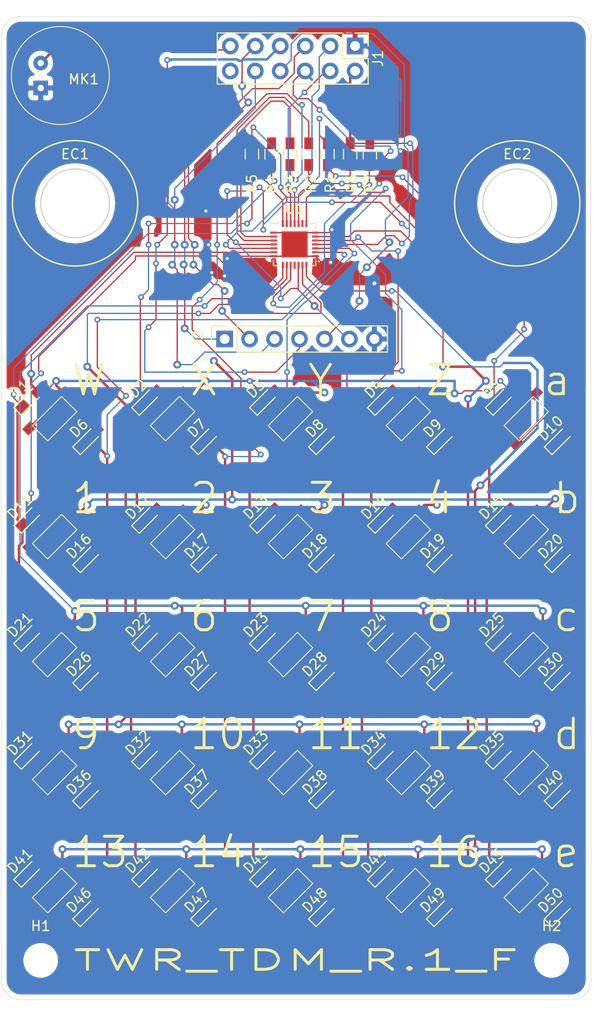
<source format=kicad_pcb>
(kicad_pcb (version 20171130) (host pcbnew "(5.1.2)-2")
  (layers (0 F.Cu signal) (31 B.Cu signal) (34 B.Paste user) (35 F.Paste user) (36 B.SilkS user) (37 F.SilkS user) (38 B.Mask user) (39 F.Mask user) (44 Edge.Cuts user))
  (net 0 "")
  (net 1 LED_col1)
  (net 2 LED_row1)
  (net 3 LED_col2)
  (net 4 LED_col3)
  (net 5 LED_col4)
  (net 6 LED_col5)
  (net 7 "Net-(D6-Pad2)")
  (net 8 "Net-(D7-Pad2)")
  (net 9 "Net-(D8-Pad2)")
  (net 10 "Net-(D9-Pad2)")
  (net 11 "Net-(D10-Pad2)")
  (net 12 LED_row2)
  (net 13 "Net-(D16-Pad2)")
  (net 14 "Net-(D17-Pad2)")
  (net 15 "Net-(D18-Pad2)")
  (net 16 "Net-(D19-Pad2)")
  (net 17 "Net-(D20-Pad2)")
  (net 18 "Net-(D26-Pad2)")
  (net 19 "Net-(D27-Pad2)")
  (net 20 "Net-(D28-Pad2)")
  (net 21 "Net-(D29-Pad2)")
  (net 22 "Net-(D30-Pad2)")
  (net 23 "Net-(D36-Pad2)")
  (net 24 "Net-(D37-Pad2)")
  (net 25 "Net-(D38-Pad2)")
  (net 26 "Net-(D39-Pad2)")
  (net 27 "Net-(D40-Pad2)")
  (net 28 "Net-(D46-Pad2)")
  (net 29 "Net-(D47-Pad2)")
  (net 30 "Net-(D48-Pad2)")
  (net 31 "Net-(D49-Pad2)")
  (net 32 "Net-(D50-Pad2)")
  (net 33 switch_col5)
  (net 34 switch_col4)
  (net 35 switch_col3)
  (net 36 switch_col2)
  (net 37 switch_col1)
  (net 38 LED_row5)
  (net 39 LED_row4)
  (net 40 LED_row3)
  (net 41 SPIcs)
  (net 42 OLEDdc)
  (net 43 OLEDres)
  (net 44 SPImosi)
  (net 45 SPIsck)
  (net 46 vcc)
  (net 47 GND)
  (net 48 mic)
  (net 49 I2Cscl)
  (net 50 I2Csda)
  (net 51 "Net-(R5-Pad2)")
  (net 52 "Net-(R6-Pad1)")
  (net 53 GPIO_interrupt)
  (net 54 /lcol5)
  (net 55 /lcol4)
  (net 56 /lcol3)
  (net 57 /lcol2)
  (module custom:Diode_0603_HandSoldering (layer F.Cu) (at 79.92 112.9 45)
    (fp_text reference D50 (at 0 -1.45 45) (layer F.SilkS))
    (fp_text value D)
    (pad 1 smd rect (at -1.1 0 45) (size 1.2 0.9) (layers F.Cu F.Paste F.Mask) (net 33 switch_col5))
    (pad 2 smd rect (at 1.1 0 45) (size 1.2 0.9) (layers F.Cu F.Paste F.Mask) (net 32 "Net-(D50-Pad2)"))
  )
  (module custom:Diode_0603_HandSoldering (layer F.Cu) (at 67.92 112.9 45)
    (fp_text reference D49 (at 0 -1.45 45) (layer F.SilkS))
    (fp_text value D)
    (pad 1 smd rect (at -1.1 0 45) (size 1.2 0.9) (layers F.Cu F.Paste F.Mask) (net 34 switch_col4))
    (pad 2 smd rect (at 1.1 0 45) (size 1.2 0.9) (layers F.Cu F.Paste F.Mask) (net 31 "Net-(D49-Pad2)"))
  )
  (module custom:Diode_0603_HandSoldering (layer F.Cu) (at 55.92 112.9 45)
    (fp_text reference D48 (at 0 -1.45 45) (layer F.SilkS))
    (fp_text value D)
    (pad 1 smd rect (at -1.1 0 45) (size 1.2 0.9) (layers F.Cu F.Paste F.Mask) (net 35 switch_col3))
    (pad 2 smd rect (at 1.1 0 45) (size 1.2 0.9) (layers F.Cu F.Paste F.Mask) (net 30 "Net-(D48-Pad2)"))
  )
  (module custom:Diode_0603_HandSoldering (layer F.Cu) (at 43.92 112.9 45)
    (fp_text reference D47 (at 0 -1.45 45) (layer F.SilkS))
    (fp_text value D)
    (pad 1 smd rect (at -1.1 0 45) (size 1.2 0.9) (layers F.Cu F.Paste F.Mask) (net 36 switch_col2))
    (pad 2 smd rect (at 1.1 0 45) (size 1.2 0.9) (layers F.Cu F.Paste F.Mask) (net 29 "Net-(D47-Pad2)"))
  )
  (module custom:Diode_0603_HandSoldering (layer F.Cu) (at 31.92 112.9 45)
    (fp_text reference D46 (at 0 -1.45 45) (layer F.SilkS))
    (fp_text value D)
    (pad 1 smd rect (at -1.1 0 45) (size 1.2 0.9) (layers F.Cu F.Paste F.Mask) (net 37 switch_col1))
    (pad 2 smd rect (at 1.1 0 45) (size 1.2 0.9) (layers F.Cu F.Paste F.Mask) (net 28 "Net-(D46-Pad2)"))
  )
  (module LEDs:LED_0603_HandSoldering (layer F.Cu) (at 73.92 108.9 45)
    (fp_text reference D45 (at 0 -1.45 45) (layer F.SilkS))
    (fp_text value LED)
    (pad 1 smd rect (at -1.1 0 45) (size 1.2 0.9) (layers F.Cu F.Paste F.Mask) (net 6 LED_col5))
    (pad 2 smd rect (at 1.1 0 45) (size 1.2 0.9) (layers F.Cu F.Paste F.Mask) (net 38 LED_row5))
  )
  (module LEDs:LED_0603_HandSoldering (layer F.Cu) (at 61.92 108.9 45)
    (fp_text reference D44 (at 0 -1.45 45) (layer F.SilkS))
    (fp_text value LED)
    (pad 1 smd rect (at -1.1 0 45) (size 1.2 0.9) (layers F.Cu F.Paste F.Mask) (net 5 LED_col4))
    (pad 2 smd rect (at 1.1 0 45) (size 1.2 0.9) (layers F.Cu F.Paste F.Mask) (net 38 LED_row5))
  )
  (module LEDs:LED_0603_HandSoldering (layer F.Cu) (at 49.92 108.9 45)
    (fp_text reference D43 (at 0 -1.45 45) (layer F.SilkS))
    (fp_text value LED)
    (pad 1 smd rect (at -1.1 0 45) (size 1.2 0.9) (layers F.Cu F.Paste F.Mask) (net 4 LED_col3))
    (pad 2 smd rect (at 1.1 0 45) (size 1.2 0.9) (layers F.Cu F.Paste F.Mask) (net 38 LED_row5))
  )
  (module LEDs:LED_0603_HandSoldering (layer F.Cu) (at 37.92 108.9 45)
    (fp_text reference D42 (at 0 -1.45 45) (layer F.SilkS))
    (fp_text value LED)
    (pad 1 smd rect (at -1.1 0 45) (size 1.2 0.9) (layers F.Cu F.Paste F.Mask) (net 3 LED_col2))
    (pad 2 smd rect (at 1.1 0 45) (size 1.2 0.9) (layers F.Cu F.Paste F.Mask) (net 38 LED_row5))
  )
  (module LEDs:LED_0603_HandSoldering (layer F.Cu) (at 25.92 108.9 45)
    (fp_text reference D41 (at 0 -1.45 45) (layer F.SilkS))
    (fp_text value LED)
    (pad 1 smd rect (at -1.1 0 45) (size 1.2 0.9) (layers F.Cu F.Paste F.Mask) (net 1 LED_col1))
    (pad 2 smd rect (at 1.1 0 45) (size 1.2 0.9) (layers F.Cu F.Paste F.Mask) (net 38 LED_row5))
  )
  (module custom:Diode_0603_HandSoldering (layer F.Cu) (at 79.92 100.9 45)
    (fp_text reference D40 (at 0 -1.45 45) (layer F.SilkS))
    (fp_text value D)
    (pad 1 smd rect (at -1.1 0 45) (size 1.2 0.9) (layers F.Cu F.Paste F.Mask) (net 33 switch_col5))
    (pad 2 smd rect (at 1.1 0 45) (size 1.2 0.9) (layers F.Cu F.Paste F.Mask) (net 27 "Net-(D40-Pad2)"))
  )
  (module custom:Diode_0603_HandSoldering (layer F.Cu) (at 67.92 100.9 45)
    (fp_text reference D39 (at 0 -1.45 45) (layer F.SilkS))
    (fp_text value D)
    (pad 1 smd rect (at -1.1 0 45) (size 1.2 0.9) (layers F.Cu F.Paste F.Mask) (net 34 switch_col4))
    (pad 2 smd rect (at 1.1 0 45) (size 1.2 0.9) (layers F.Cu F.Paste F.Mask) (net 26 "Net-(D39-Pad2)"))
  )
  (module custom:Diode_0603_HandSoldering (layer F.Cu) (at 55.92 100.9 45)
    (fp_text reference D38 (at 0 -1.45 45) (layer F.SilkS))
    (fp_text value D)
    (pad 1 smd rect (at -1.1 0 45) (size 1.2 0.9) (layers F.Cu F.Paste F.Mask) (net 35 switch_col3))
    (pad 2 smd rect (at 1.1 0 45) (size 1.2 0.9) (layers F.Cu F.Paste F.Mask) (net 25 "Net-(D38-Pad2)"))
  )
  (module custom:Diode_0603_HandSoldering (layer F.Cu) (at 43.92 100.9 45)
    (fp_text reference D37 (at 0 -1.45 45) (layer F.SilkS))
    (fp_text value D)
    (pad 1 smd rect (at -1.1 0 45) (size 1.2 0.9) (layers F.Cu F.Paste F.Mask) (net 36 switch_col2))
    (pad 2 smd rect (at 1.1 0 45) (size 1.2 0.9) (layers F.Cu F.Paste F.Mask) (net 24 "Net-(D37-Pad2)"))
  )
  (module custom:Diode_0603_HandSoldering (layer F.Cu) (at 31.92 100.9 45)
    (fp_text reference D36 (at 0 -1.45 45) (layer F.SilkS))
    (fp_text value D)
    (pad 1 smd rect (at -1.1 0 45) (size 1.2 0.9) (layers F.Cu F.Paste F.Mask) (net 37 switch_col1))
    (pad 2 smd rect (at 1.1 0 45) (size 1.2 0.9) (layers F.Cu F.Paste F.Mask) (net 23 "Net-(D36-Pad2)"))
  )
  (module LEDs:LED_0603_HandSoldering (layer F.Cu) (at 73.92 96.9 45)
    (fp_text reference D35 (at 0 -1.45 45) (layer F.SilkS))
    (fp_text value LED)
    (pad 1 smd rect (at -1.1 0 45) (size 1.2 0.9) (layers F.Cu F.Paste F.Mask) (net 6 LED_col5))
    (pad 2 smd rect (at 1.1 0 45) (size 1.2 0.9) (layers F.Cu F.Paste F.Mask) (net 39 LED_row4))
  )
  (module LEDs:LED_0603_HandSoldering (layer F.Cu) (at 61.92 96.9 45)
    (fp_text reference D34 (at 0 -1.45 45) (layer F.SilkS))
    (fp_text value LED)
    (pad 1 smd rect (at -1.1 0 45) (size 1.2 0.9) (layers F.Cu F.Paste F.Mask) (net 5 LED_col4))
    (pad 2 smd rect (at 1.1 0 45) (size 1.2 0.9) (layers F.Cu F.Paste F.Mask) (net 39 LED_row4))
  )
  (module LEDs:LED_0603_HandSoldering (layer F.Cu) (at 49.92 96.9 45)
    (fp_text reference D33 (at 0 -1.45 45) (layer F.SilkS))
    (fp_text value LED)
    (pad 1 smd rect (at -1.1 0 45) (size 1.2 0.9) (layers F.Cu F.Paste F.Mask) (net 4 LED_col3))
    (pad 2 smd rect (at 1.1 0 45) (size 1.2 0.9) (layers F.Cu F.Paste F.Mask) (net 39 LED_row4))
  )
  (module LEDs:LED_0603_HandSoldering (layer F.Cu) (at 37.92 96.9 45)
    (fp_text reference D32 (at 0 -1.45 45) (layer F.SilkS))
    (fp_text value LED)
    (pad 1 smd rect (at -1.1 0 45) (size 1.2 0.9) (layers F.Cu F.Paste F.Mask) (net 3 LED_col2))
    (pad 2 smd rect (at 1.1 0 45) (size 1.2 0.9) (layers F.Cu F.Paste F.Mask) (net 39 LED_row4))
  )
  (module LEDs:LED_0603_HandSoldering (layer F.Cu) (at 25.92 96.9 45)
    (fp_text reference D31 (at 0 -1.45 45) (layer F.SilkS))
    (fp_text value LED)
    (pad 1 smd rect (at -1.1 0 45) (size 1.2 0.9) (layers F.Cu F.Paste F.Mask) (net 1 LED_col1))
    (pad 2 smd rect (at 1.1 0 45) (size 1.2 0.9) (layers F.Cu F.Paste F.Mask) (net 39 LED_row4))
  )
  (module custom:Diode_0603_HandSoldering (layer F.Cu) (at 79.92 88.9 45)
    (fp_text reference D30 (at 0 -1.45 45) (layer F.SilkS))
    (fp_text value D)
    (pad 1 smd rect (at -1.1 0 45) (size 1.2 0.9) (layers F.Cu F.Paste F.Mask) (net 33 switch_col5))
    (pad 2 smd rect (at 1.1 0 45) (size 1.2 0.9) (layers F.Cu F.Paste F.Mask) (net 22 "Net-(D30-Pad2)"))
  )
  (module custom:Diode_0603_HandSoldering (layer F.Cu) (at 67.92 88.9 45)
    (fp_text reference D29 (at 0 -1.45 45) (layer F.SilkS))
    (fp_text value D)
    (pad 1 smd rect (at -1.1 0 45) (size 1.2 0.9) (layers F.Cu F.Paste F.Mask) (net 34 switch_col4))
    (pad 2 smd rect (at 1.1 0 45) (size 1.2 0.9) (layers F.Cu F.Paste F.Mask) (net 21 "Net-(D29-Pad2)"))
  )
  (module custom:Diode_0603_HandSoldering (layer F.Cu) (at 55.92 88.9 45)
    (fp_text reference D28 (at 0 -1.45 45) (layer F.SilkS))
    (fp_text value D)
    (pad 1 smd rect (at -1.1 0 45) (size 1.2 0.9) (layers F.Cu F.Paste F.Mask) (net 35 switch_col3))
    (pad 2 smd rect (at 1.1 0 45) (size 1.2 0.9) (layers F.Cu F.Paste F.Mask) (net 20 "Net-(D28-Pad2)"))
  )
  (module custom:Diode_0603_HandSoldering (layer F.Cu) (at 43.92 88.9 45)
    (fp_text reference D27 (at 0 -1.45 45) (layer F.SilkS))
    (fp_text value D)
    (pad 1 smd rect (at -1.1 0 45) (size 1.2 0.9) (layers F.Cu F.Paste F.Mask) (net 36 switch_col2))
    (pad 2 smd rect (at 1.1 0 45) (size 1.2 0.9) (layers F.Cu F.Paste F.Mask) (net 19 "Net-(D27-Pad2)"))
  )
  (module custom:Diode_0603_HandSoldering (layer F.Cu) (at 31.92 88.9 45)
    (fp_text reference D26 (at 0 -1.45 45) (layer F.SilkS))
    (fp_text value D)
    (pad 1 smd rect (at -1.1 0 45) (size 1.2 0.9) (layers F.Cu F.Paste F.Mask) (net 37 switch_col1))
    (pad 2 smd rect (at 1.1 0 45) (size 1.2 0.9) (layers F.Cu F.Paste F.Mask) (net 18 "Net-(D26-Pad2)"))
  )
  (module LEDs:LED_0603_HandSoldering (layer F.Cu) (at 73.92 84.9 45)
    (fp_text reference D25 (at 0 -1.45 45) (layer F.SilkS))
    (fp_text value LED)
    (pad 1 smd rect (at -1.1 0 45) (size 1.2 0.9) (layers F.Cu F.Paste F.Mask) (net 6 LED_col5))
    (pad 2 smd rect (at 1.1 0 45) (size 1.2 0.9) (layers F.Cu F.Paste F.Mask) (net 40 LED_row3))
  )
  (module LEDs:LED_0603_HandSoldering (layer F.Cu) (at 61.92 84.9 45)
    (fp_text reference D24 (at 0 -1.45 45) (layer F.SilkS))
    (fp_text value LED)
    (pad 1 smd rect (at -1.1 0 45) (size 1.2 0.9) (layers F.Cu F.Paste F.Mask) (net 5 LED_col4))
    (pad 2 smd rect (at 1.1 0 45) (size 1.2 0.9) (layers F.Cu F.Paste F.Mask) (net 40 LED_row3))
  )
  (module LEDs:LED_0603_HandSoldering (layer F.Cu) (at 49.92 84.9 45)
    (fp_text reference D23 (at 0 -1.45 45) (layer F.SilkS))
    (fp_text value LED)
    (pad 1 smd rect (at -1.1 0 45) (size 1.2 0.9) (layers F.Cu F.Paste F.Mask) (net 4 LED_col3))
    (pad 2 smd rect (at 1.1 0 45) (size 1.2 0.9) (layers F.Cu F.Paste F.Mask) (net 40 LED_row3))
  )
  (module LEDs:LED_0603_HandSoldering (layer F.Cu) (at 37.92 84.9 45)
    (fp_text reference D22 (at 0 -1.45 45) (layer F.SilkS))
    (fp_text value LED)
    (pad 1 smd rect (at -1.1 0 45) (size 1.2 0.9) (layers F.Cu F.Paste F.Mask) (net 3 LED_col2))
    (pad 2 smd rect (at 1.1 0 45) (size 1.2 0.9) (layers F.Cu F.Paste F.Mask) (net 40 LED_row3))
  )
  (module LEDs:LED_0603_HandSoldering (layer F.Cu) (at 25.92 84.9 45)
    (fp_text reference D21 (at 0 -1.45 45) (layer F.SilkS))
    (fp_text value LED)
    (pad 1 smd rect (at -1.1 0 45) (size 1.2 0.9) (layers F.Cu F.Paste F.Mask) (net 1 LED_col1))
    (pad 2 smd rect (at 1.1 0 45) (size 1.2 0.9) (layers F.Cu F.Paste F.Mask) (net 40 LED_row3))
  )
  (module custom:Diode_0603_HandSoldering (layer F.Cu) (at 79.92 76.9 45)
    (fp_text reference D20 (at 0 -1.45 45) (layer F.SilkS))
    (fp_text value D)
    (pad 1 smd rect (at -1.1 0 45) (size 1.2 0.9) (layers F.Cu F.Paste F.Mask) (net 33 switch_col5))
    (pad 2 smd rect (at 1.1 0 45) (size 1.2 0.9) (layers F.Cu F.Paste F.Mask) (net 17 "Net-(D20-Pad2)"))
  )
  (module custom:Diode_0603_HandSoldering (layer F.Cu) (at 67.92 76.9 45)
    (fp_text reference D19 (at 0 -1.45 45) (layer F.SilkS))
    (fp_text value D)
    (pad 1 smd rect (at -1.1 0 45) (size 1.2 0.9) (layers F.Cu F.Paste F.Mask) (net 34 switch_col4))
    (pad 2 smd rect (at 1.1 0 45) (size 1.2 0.9) (layers F.Cu F.Paste F.Mask) (net 16 "Net-(D19-Pad2)"))
  )
  (module custom:Diode_0603_HandSoldering (layer F.Cu) (at 55.92 76.9 45)
    (fp_text reference D18 (at 0 -1.45 45) (layer F.SilkS))
    (fp_text value D)
    (pad 1 smd rect (at -1.1 0 45) (size 1.2 0.9) (layers F.Cu F.Paste F.Mask) (net 35 switch_col3))
    (pad 2 smd rect (at 1.1 0 45) (size 1.2 0.9) (layers F.Cu F.Paste F.Mask) (net 15 "Net-(D18-Pad2)"))
  )
  (module custom:Diode_0603_HandSoldering (layer F.Cu) (at 43.92 76.9 45)
    (fp_text reference D17 (at 0 -1.45 45) (layer F.SilkS))
    (fp_text value D)
    (pad 1 smd rect (at -1.1 0 45) (size 1.2 0.9) (layers F.Cu F.Paste F.Mask) (net 36 switch_col2))
    (pad 2 smd rect (at 1.1 0 45) (size 1.2 0.9) (layers F.Cu F.Paste F.Mask) (net 14 "Net-(D17-Pad2)"))
  )
  (module custom:Diode_0603_HandSoldering (layer F.Cu) (at 31.92 76.9 45)
    (fp_text reference D16 (at 0 -1.45 45) (layer F.SilkS))
    (fp_text value D)
    (pad 1 smd rect (at -1.1 0 45) (size 1.2 0.9) (layers F.Cu F.Paste F.Mask) (net 37 switch_col1))
    (pad 2 smd rect (at 1.1 0 45) (size 1.2 0.9) (layers F.Cu F.Paste F.Mask) (net 13 "Net-(D16-Pad2)"))
  )
  (module LEDs:LED_0603_HandSoldering (layer F.Cu) (at 73.92 72.9 45)
    (fp_text reference D15 (at 0 -1.45 45) (layer F.SilkS))
    (fp_text value LED)
    (pad 1 smd rect (at -1.1 0 45) (size 1.2 0.9) (layers F.Cu F.Paste F.Mask) (net 6 LED_col5))
    (pad 2 smd rect (at 1.1 0 45) (size 1.2 0.9) (layers F.Cu F.Paste F.Mask) (net 12 LED_row2))
  )
  (module LEDs:LED_0603_HandSoldering (layer F.Cu) (at 61.92 72.9 45)
    (fp_text reference D14 (at 0 -1.45 45) (layer F.SilkS))
    (fp_text value LED)
    (pad 1 smd rect (at -1.1 0 45) (size 1.2 0.9) (layers F.Cu F.Paste F.Mask) (net 5 LED_col4))
    (pad 2 smd rect (at 1.1 0 45) (size 1.2 0.9) (layers F.Cu F.Paste F.Mask) (net 12 LED_row2))
  )
  (module LEDs:LED_0603_HandSoldering (layer F.Cu) (at 49.92 72.9 45)
    (fp_text reference D13 (at 0 -1.45 45) (layer F.SilkS))
    (fp_text value LED)
    (pad 1 smd rect (at -1.1 0 45) (size 1.2 0.9) (layers F.Cu F.Paste F.Mask) (net 4 LED_col3))
    (pad 2 smd rect (at 1.1 0 45) (size 1.2 0.9) (layers F.Cu F.Paste F.Mask) (net 12 LED_row2))
  )
  (module LEDs:LED_0603_HandSoldering (layer F.Cu) (at 37.92 72.9 45)
    (fp_text reference D12 (at 0 -1.45 45) (layer F.SilkS))
    (fp_text value LED)
    (pad 1 smd rect (at -1.1 0 45) (size 1.2 0.9) (layers F.Cu F.Paste F.Mask) (net 3 LED_col2))
    (pad 2 smd rect (at 1.1 0 45) (size 1.2 0.9) (layers F.Cu F.Paste F.Mask) (net 12 LED_row2))
  )
  (module LEDs:LED_0603_HandSoldering (layer F.Cu) (at 25.92 72.9 45)
    (fp_text reference D11 (at 0 -1.45 45) (layer F.SilkS))
    (fp_text value LED)
    (pad 1 smd rect (at -1.1 0 45) (size 1.2 0.9) (layers F.Cu F.Paste F.Mask) (net 1 LED_col1))
    (pad 2 smd rect (at 1.1 0 45) (size 1.2 0.9) (layers F.Cu F.Paste F.Mask) (net 12 LED_row2))
  )
  (module custom:Diode_0603_HandSoldering (layer F.Cu) (at 79.92 64.9 45)
    (fp_text reference D10 (at 0 -1.45 45) (layer F.SilkS))
    (fp_text value D)
    (pad 1 smd rect (at -1.1 0 45) (size 1.2 0.9) (layers F.Cu F.Paste F.Mask) (net 33 switch_col5))
    (pad 2 smd rect (at 1.1 0 45) (size 1.2 0.9) (layers F.Cu F.Paste F.Mask) (net 11 "Net-(D10-Pad2)"))
  )
  (module custom:Diode_0603_HandSoldering (layer F.Cu) (at 67.92 64.9 45)
    (fp_text reference D9 (at 0 -1.45 45) (layer F.SilkS))
    (fp_text value D)
    (pad 1 smd rect (at -1.1 0 45) (size 1.2 0.9) (layers F.Cu F.Paste F.Mask) (net 34 switch_col4))
    (pad 2 smd rect (at 1.1 0 45) (size 1.2 0.9) (layers F.Cu F.Paste F.Mask) (net 10 "Net-(D9-Pad2)"))
  )
  (module custom:Diode_0603_HandSoldering (layer F.Cu) (at 55.92 64.9 45)
    (fp_text reference D8 (at 0 -1.45 45) (layer F.SilkS))
    (fp_text value D)
    (pad 1 smd rect (at -1.1 0 45) (size 1.2 0.9) (layers F.Cu F.Paste F.Mask) (net 35 switch_col3))
    (pad 2 smd rect (at 1.1 0 45) (size 1.2 0.9) (layers F.Cu F.Paste F.Mask) (net 9 "Net-(D8-Pad2)"))
  )
  (module custom:Diode_0603_HandSoldering (layer F.Cu) (at 43.92 64.9 45)
    (fp_text reference D7 (at 0 -1.45 45) (layer F.SilkS))
    (fp_text value D)
    (pad 1 smd rect (at -1.1 0 45) (size 1.2 0.9) (layers F.Cu F.Paste F.Mask) (net 36 switch_col2))
    (pad 2 smd rect (at 1.1 0 45) (size 1.2 0.9) (layers F.Cu F.Paste F.Mask) (net 8 "Net-(D7-Pad2)"))
  )
  (module custom:Diode_0603_HandSoldering (layer F.Cu) (at 31.92 64.9 45)
    (fp_text reference D6 (at 0 -1.45 45) (layer F.SilkS))
    (fp_text value D)
    (pad 1 smd rect (at -1.1 0 45) (size 1.2 0.9) (layers F.Cu F.Paste F.Mask) (net 37 switch_col1))
    (pad 2 smd rect (at 1.1 0 45) (size 1.2 0.9) (layers F.Cu F.Paste F.Mask) (net 7 "Net-(D6-Pad2)"))
  )
  (module LEDs:LED_0603_HandSoldering (layer F.Cu) (at 73.92 60.9 45)
    (fp_text reference D5 (at 0 -1.45 45) (layer F.SilkS))
    (fp_text value LED)
    (pad 1 smd rect (at -1.1 0 45) (size 1.2 0.9) (layers F.Cu F.Paste F.Mask) (net 6 LED_col5))
    (pad 2 smd rect (at 1.1 0 45) (size 1.2 0.9) (layers F.Cu F.Paste F.Mask) (net 2 LED_row1))
  )
  (module LEDs:LED_0603_HandSoldering (layer F.Cu) (at 61.92 60.9 45)
    (fp_text reference D4 (at 0 -1.45 45) (layer F.SilkS))
    (fp_text value LED)
    (pad 1 smd rect (at -1.1 0 45) (size 1.2 0.9) (layers F.Cu F.Paste F.Mask) (net 5 LED_col4))
    (pad 2 smd rect (at 1.1 0 45) (size 1.2 0.9) (layers F.Cu F.Paste F.Mask) (net 2 LED_row1))
  )
  (module LEDs:LED_0603_HandSoldering (layer F.Cu) (at 49.92 60.9 45)
    (fp_text reference D3 (at 0 -1.45 45) (layer F.SilkS))
    (fp_text value LED)
    (pad 1 smd rect (at -1.1 0 45) (size 1.2 0.9) (layers F.Cu F.Paste F.Mask) (net 4 LED_col3))
    (pad 2 smd rect (at 1.1 0 45) (size 1.2 0.9) (layers F.Cu F.Paste F.Mask) (net 2 LED_row1))
  )
  (module LEDs:LED_0603_HandSoldering (layer F.Cu) (at 37.92 60.9 45)
    (fp_text reference D2 (at 0 -1.45 45) (layer F.SilkS))
    (fp_text value LED)
    (pad 1 smd rect (at -1.1 0 45) (size 1.2 0.9) (layers F.Cu F.Paste F.Mask) (net 3 LED_col2))
    (pad 2 smd rect (at 1.1 0 45) (size 1.2 0.9) (layers F.Cu F.Paste F.Mask) (net 2 LED_row1))
  )
  (module LEDs:LED_0603_HandSoldering (layer F.Cu) (at 25.92 60.9 45)
    (fp_text reference D1 (at 0 -1.45 45) (layer F.SilkS))
    (fp_text value LED)
    (pad 1 smd rect (at -1.1 0 45) (size 1.2 0.9) (layers F.Cu F.Paste F.Mask) (net 1 LED_col1))
    (pad 2 smd rect (at 1.1 0 45) (size 1.2 0.9) (layers F.Cu F.Paste F.Mask) (net 2 LED_row1))
  )
  (module Mounting_Holes:MountingHole_2.5mm (layer F.Cu) (at 79 118)
    (fp_text reference H2 (at 0 -3.5) (layer F.SilkS))
    (fp_text value MountingHole)
    (pad 1 np_thru_hole circle (at 0 0) (size 2.5 2.5) (drill 2.5) (layers *.Cu *.Mask))
  )
  (module Mounting_Holes:MountingHole_2.5mm (layer F.Cu) (at 27 118)
    (fp_text reference H1 (at 0 -3.5) (layer F.SilkS))
    (fp_text value MountingHole)
    (pad 1 np_thru_hole circle (at 0 0) (size 2.5 2.5) (drill 2.5) (layers *.Cu *.Mask))
  )
  (module custom:ENC_hole (layer F.Cu) (at 75.5 41)
    (fp_text reference EC2 (at 0 -5) (layer F.SilkS))
    (fp_text value encoderHole hide)
  )
  (module custom:ENC_hole (layer F.Cu) (at 30.5 41)
    (fp_text reference EC1 (at 0 -5) (layer F.SilkS))
    (fp_text value encoderHole)
  )
  (module custom:sx1503 (layer F.Cu) (at 52.84 45.18)
    (fp_text reference U1 (at 0 -3.65) (layer F.SilkS))
    (fp_text value sx1503)
    (pad 29 smd rect (at 0 0) (size 2.65 2.65) (layers F.Cu F.Paste F.Mask) (net 47 GND))
    (pad 28 smd oval (at -1.2 -2.125) (size 0.2 0.75) (layers F.Cu F.Paste F.Mask) (net 57 /lcol2))
    (pad 27 smd oval (at -0.8 -2.125) (size 0.2 0.75) (layers F.Cu F.Paste F.Mask) (net 51 "Net-(R5-Pad2)"))
    (pad 26 smd oval (at -0.4 -2.125) (size 0.2 0.75) (layers F.Cu F.Paste F.Mask) (net 49 I2Cscl))
    (pad 25 smd oval (at 0 -2.125) (size 0.2 0.75) (layers F.Cu F.Paste F.Mask) (net 50 I2Csda))
    (pad 24 smd oval (at 0.4 -2.125) (size 0.2 0.75) (layers F.Cu F.Paste F.Mask) (net 52 "Net-(R6-Pad1)"))
    (pad 23 smd oval (at 0.8 -2.125) (size 0.2 0.75) (layers F.Cu F.Paste F.Mask))
    (pad 22 smd oval (at 1.2 -2.125) (size 0.2 0.75) (layers F.Cu F.Paste F.Mask) (net 33 switch_col5))
    (pad 21 smd oval (at 2.125 -1.2 90) (size 0.2 0.75) (layers F.Cu F.Paste F.Mask) (net 47 GND))
    (pad 20 smd oval (at 2.125 -0.8 90) (size 0.2 0.75) (layers F.Cu F.Paste F.Mask) (net 34 switch_col4))
    (pad 19 smd oval (at 2.125 -0.4 90) (size 0.2 0.75) (layers F.Cu F.Paste F.Mask) (net 35 switch_col3))
    (pad 18 smd oval (at 2.125 0 90) (size 0.2 0.75) (layers F.Cu F.Paste F.Mask) (net 46 vcc))
    (pad 17 smd oval (at 2.125 0.4 90) (size 0.2 0.75) (layers F.Cu F.Paste F.Mask) (net 36 switch_col2))
    (pad 16 smd oval (at 2.125 0.8 90) (size 0.2 0.75) (layers F.Cu F.Paste F.Mask) (net 37 switch_col1))
    (pad 15 smd oval (at 2.125 1.2 90) (size 0.2 0.75) (layers F.Cu F.Paste F.Mask) (net 47 GND))
    (pad 14 smd oval (at 1.2 2.125) (size 0.2 0.75) (layers F.Cu F.Paste F.Mask) (net 38 LED_row5))
    (pad 13 smd oval (at 0.8 2.125) (size 0.2 0.75) (layers F.Cu F.Paste F.Mask) (net 39 LED_row4))
    (pad 12 smd oval (at 0.4 2.125) (size 0.2 0.75) (layers F.Cu F.Paste F.Mask) (net 46 vcc))
    (pad 11 smd oval (at 0 2.125) (size 0.2 0.75) (layers F.Cu F.Paste F.Mask))
    (pad 10 smd oval (at -0.4 2.125) (size 0.2 0.75) (layers F.Cu F.Paste F.Mask) (net 53 GPIO_interrupt))
    (pad 9 smd oval (at -0.8 2.125) (size 0.2 0.75) (layers F.Cu F.Paste F.Mask) (net 40 LED_row3))
    (pad 8 smd oval (at -1.2 2.125) (size 0.2 0.75) (layers F.Cu F.Paste F.Mask) (net 12 LED_row2))
    (pad 7 smd oval (at -2.125 1.2 90) (size 0.2 0.75) (layers F.Cu F.Paste F.Mask) (net 47 GND))
    (pad 6 smd oval (at -2.125 0.8 90) (size 0.2 0.75) (layers F.Cu F.Paste F.Mask) (net 2 LED_row1))
    (pad 5 smd oval (at -2.125 0.4 90) (size 0.2 0.75) (layers F.Cu F.Paste F.Mask) (net 54 /lcol5))
    (pad 4 smd oval (at -2.125 0 90) (size 0.2 0.75) (layers F.Cu F.Paste F.Mask) (net 46 vcc))
    (pad 3 smd oval (at -2.125 -0.4 90) (size 0.2 0.75) (layers F.Cu F.Paste F.Mask) (net 55 /lcol4))
    (pad 2 smd oval (at -2.125 -0.8 90) (size 0.2 0.75) (layers F.Cu F.Paste F.Mask) (net 56 /lcol3))
    (pad 1 smd oval (at -2.125 -1.2 90) (size 0.2 0.75) (layers F.Cu F.Paste F.Mask) (net 47 GND))
  )
  (module Connector_PinHeader_2.54mm:PinHeader_2x06_P2.54mm_Vertical (layer F.Cu) (at 59 25 270)
    (fp_text reference J1 (at 1.27 -2.33 90) (layer F.SilkS))
    (fp_text value Conn_02x06_Counter_Clockwise)
    (pad 12 thru_hole oval (at 2.54 12.7 270) (size 1.7 1.7) (drill 1) (layers *.Cu *.Mask))
    (pad 11 thru_hole oval (at 0 12.7 270) (size 1.7 1.7) (drill 1) (layers *.Cu *.Mask) (net 48 mic))
    (pad 10 thru_hole oval (at 2.54 10.16 270) (size 1.7 1.7) (drill 1) (layers *.Cu *.Mask) (net 43 OLEDres))
    (pad 9 thru_hole oval (at 0 10.16 270) (size 1.7 1.7) (drill 1) (layers *.Cu *.Mask) (net 42 OLEDdc))
    (pad 8 thru_hole oval (at 2.54 7.62 270) (size 1.7 1.7) (drill 1) (layers *.Cu *.Mask) (net 45 SPIsck))
    (pad 7 thru_hole oval (at 0 7.62 270) (size 1.7 1.7) (drill 1) (layers *.Cu *.Mask) (net 44 SPImosi))
    (pad 6 thru_hole oval (at 2.54 5.08 270) (size 1.7 1.7) (drill 1) (layers *.Cu *.Mask) (net 53 GPIO_interrupt))
    (pad 5 thru_hole oval (at 0 5.08 270) (size 1.7 1.7) (drill 1) (layers *.Cu *.Mask) (net 41 SPIcs))
    (pad 4 thru_hole oval (at 2.54 2.54 270) (size 1.7 1.7) (drill 1) (layers *.Cu *.Mask) (net 49 I2Cscl))
    (pad 3 thru_hole oval (at 0 2.54 270) (size 1.7 1.7) (drill 1) (layers *.Cu *.Mask) (net 50 I2Csda))
    (pad 2 thru_hole oval (at 2.54 0 270) (size 1.7 1.7) (drill 1) (layers *.Cu *.Mask) (net 46 vcc))
    (pad 1 thru_hole rect (at 0 0 270) (size 1.7 1.7) (drill 1) (layers *.Cu *.Mask) (net 47 GND))
  )
  (module custom:TS-023E (layer F.Cu) (at 76.42 110.9 45)
    (fp_text reference SW25 hide)
    (fp_text value SW_SPST)
    (pad 2 smd rect (at 2.5 1.125 45) (size 1.2 0.9) (layers F.Cu F.Paste F.Mask) (net 32 "Net-(D50-Pad2)"))
    (pad 2 smd rect (at -2.5 1.125 45) (size 1.2 0.9) (layers F.Cu F.Paste F.Mask) (net 32 "Net-(D50-Pad2)"))
    (pad 1 smd rect (at 2.5 -1.125 45) (size 1.2 0.9) (layers F.Cu F.Paste F.Mask) (net 38 LED_row5))
    (pad 1 smd rect (at -2.5 -1.125 45) (size 1.2 0.9) (layers F.Cu F.Paste F.Mask) (net 38 LED_row5))
  )
  (module custom:TS-023E (layer F.Cu) (at 64.42 110.9 45)
    (fp_text reference SW24 hide)
    (fp_text value SW_SPST)
    (pad 2 smd rect (at 2.5 1.125 45) (size 1.2 0.9) (layers F.Cu F.Paste F.Mask) (net 31 "Net-(D49-Pad2)"))
    (pad 2 smd rect (at -2.5 1.125 45) (size 1.2 0.9) (layers F.Cu F.Paste F.Mask) (net 31 "Net-(D49-Pad2)"))
    (pad 1 smd rect (at 2.5 -1.125 45) (size 1.2 0.9) (layers F.Cu F.Paste F.Mask) (net 38 LED_row5))
    (pad 1 smd rect (at -2.5 -1.125 45) (size 1.2 0.9) (layers F.Cu F.Paste F.Mask) (net 38 LED_row5))
  )
  (module custom:TS-023E (layer F.Cu) (at 52.42 110.9 45)
    (fp_text reference SW23 hide)
    (fp_text value SW_SPST)
    (pad 2 smd rect (at 2.5 1.125 45) (size 1.2 0.9) (layers F.Cu F.Paste F.Mask) (net 30 "Net-(D48-Pad2)"))
    (pad 2 smd rect (at -2.5 1.125 45) (size 1.2 0.9) (layers F.Cu F.Paste F.Mask) (net 30 "Net-(D48-Pad2)"))
    (pad 1 smd rect (at 2.5 -1.125 45) (size 1.2 0.9) (layers F.Cu F.Paste F.Mask) (net 38 LED_row5))
    (pad 1 smd rect (at -2.5 -1.125 45) (size 1.2 0.9) (layers F.Cu F.Paste F.Mask) (net 38 LED_row5))
  )
  (module custom:TS-023E (layer F.Cu) (at 40.42 110.9 45)
    (fp_text reference SW22 hide)
    (fp_text value SW_SPST)
    (pad 2 smd rect (at 2.5 1.125 45) (size 1.2 0.9) (layers F.Cu F.Paste F.Mask) (net 29 "Net-(D47-Pad2)"))
    (pad 2 smd rect (at -2.5 1.125 45) (size 1.2 0.9) (layers F.Cu F.Paste F.Mask) (net 29 "Net-(D47-Pad2)"))
    (pad 1 smd rect (at 2.5 -1.125 45) (size 1.2 0.9) (layers F.Cu F.Paste F.Mask) (net 38 LED_row5))
    (pad 1 smd rect (at -2.5 -1.125 45) (size 1.2 0.9) (layers F.Cu F.Paste F.Mask) (net 38 LED_row5))
  )
  (module custom:TS-023E (layer F.Cu) (at 28.42 110.9 45)
    (fp_text reference SW21 hide)
    (fp_text value SW_SPST)
    (pad 2 smd rect (at 2.5 1.125 45) (size 1.2 0.9) (layers F.Cu F.Paste F.Mask) (net 28 "Net-(D46-Pad2)"))
    (pad 2 smd rect (at -2.5 1.125 45) (size 1.2 0.9) (layers F.Cu F.Paste F.Mask) (net 28 "Net-(D46-Pad2)"))
    (pad 1 smd rect (at 2.5 -1.125 45) (size 1.2 0.9) (layers F.Cu F.Paste F.Mask) (net 38 LED_row5))
    (pad 1 smd rect (at -2.5 -1.125 45) (size 1.2 0.9) (layers F.Cu F.Paste F.Mask) (net 38 LED_row5))
  )
  (module custom:TS-023E (layer F.Cu) (at 76.42 98.9 45)
    (fp_text reference SW20 hide)
    (fp_text value SW_SPST)
    (pad 2 smd rect (at 2.5 1.125 45) (size 1.2 0.9) (layers F.Cu F.Paste F.Mask) (net 27 "Net-(D40-Pad2)"))
    (pad 2 smd rect (at -2.5 1.125 45) (size 1.2 0.9) (layers F.Cu F.Paste F.Mask) (net 27 "Net-(D40-Pad2)"))
    (pad 1 smd rect (at 2.5 -1.125 45) (size 1.2 0.9) (layers F.Cu F.Paste F.Mask) (net 39 LED_row4))
    (pad 1 smd rect (at -2.5 -1.125 45) (size 1.2 0.9) (layers F.Cu F.Paste F.Mask) (net 39 LED_row4))
  )
  (module custom:TS-023E (layer F.Cu) (at 64.42 98.9 45)
    (fp_text reference SW19 hide)
    (fp_text value SW_SPST)
    (pad 2 smd rect (at 2.5 1.125 45) (size 1.2 0.9) (layers F.Cu F.Paste F.Mask) (net 26 "Net-(D39-Pad2)"))
    (pad 2 smd rect (at -2.5 1.125 45) (size 1.2 0.9) (layers F.Cu F.Paste F.Mask) (net 26 "Net-(D39-Pad2)"))
    (pad 1 smd rect (at 2.5 -1.125 45) (size 1.2 0.9) (layers F.Cu F.Paste F.Mask) (net 39 LED_row4))
    (pad 1 smd rect (at -2.5 -1.125 45) (size 1.2 0.9) (layers F.Cu F.Paste F.Mask) (net 39 LED_row4))
  )
  (module custom:TS-023E (layer F.Cu) (at 52.42 98.9 45)
    (fp_text reference SW18 hide)
    (fp_text value SW_SPST)
    (pad 2 smd rect (at 2.5 1.125 45) (size 1.2 0.9) (layers F.Cu F.Paste F.Mask) (net 25 "Net-(D38-Pad2)"))
    (pad 2 smd rect (at -2.5 1.125 45) (size 1.2 0.9) (layers F.Cu F.Paste F.Mask) (net 25 "Net-(D38-Pad2)"))
    (pad 1 smd rect (at 2.5 -1.125 45) (size 1.2 0.9) (layers F.Cu F.Paste F.Mask) (net 39 LED_row4))
    (pad 1 smd rect (at -2.5 -1.125 45) (size 1.2 0.9) (layers F.Cu F.Paste F.Mask) (net 39 LED_row4))
  )
  (module custom:TS-023E (layer F.Cu) (at 40.42 98.9 45)
    (fp_text reference SW17 hide)
    (fp_text value SW_SPST)
    (pad 2 smd rect (at 2.5 1.125 45) (size 1.2 0.9) (layers F.Cu F.Paste F.Mask) (net 24 "Net-(D37-Pad2)"))
    (pad 2 smd rect (at -2.5 1.125 45) (size 1.2 0.9) (layers F.Cu F.Paste F.Mask) (net 24 "Net-(D37-Pad2)"))
    (pad 1 smd rect (at 2.5 -1.125 45) (size 1.2 0.9) (layers F.Cu F.Paste F.Mask) (net 39 LED_row4))
    (pad 1 smd rect (at -2.5 -1.125 45) (size 1.2 0.9) (layers F.Cu F.Paste F.Mask) (net 39 LED_row4))
  )
  (module custom:TS-023E (layer F.Cu) (at 28.42 98.9 45)
    (fp_text reference SW16 hide)
    (fp_text value SW_SPST)
    (pad 2 smd rect (at 2.5 1.125 45) (size 1.2 0.9) (layers F.Cu F.Paste F.Mask) (net 23 "Net-(D36-Pad2)"))
    (pad 2 smd rect (at -2.5 1.125 45) (size 1.2 0.9) (layers F.Cu F.Paste F.Mask) (net 23 "Net-(D36-Pad2)"))
    (pad 1 smd rect (at 2.5 -1.125 45) (size 1.2 0.9) (layers F.Cu F.Paste F.Mask) (net 39 LED_row4))
    (pad 1 smd rect (at -2.5 -1.125 45) (size 1.2 0.9) (layers F.Cu F.Paste F.Mask) (net 39 LED_row4))
  )
  (module custom:TS-023E (layer F.Cu) (at 76.42 86.9 45)
    (fp_text reference SW15 hide)
    (fp_text value SW_SPST)
    (pad 2 smd rect (at 2.5 1.125 45) (size 1.2 0.9) (layers F.Cu F.Paste F.Mask) (net 22 "Net-(D30-Pad2)"))
    (pad 2 smd rect (at -2.5 1.125 45) (size 1.2 0.9) (layers F.Cu F.Paste F.Mask) (net 22 "Net-(D30-Pad2)"))
    (pad 1 smd rect (at 2.5 -1.125 45) (size 1.2 0.9) (layers F.Cu F.Paste F.Mask) (net 40 LED_row3))
    (pad 1 smd rect (at -2.5 -1.125 45) (size 1.2 0.9) (layers F.Cu F.Paste F.Mask) (net 40 LED_row3))
  )
  (module custom:TS-023E (layer F.Cu) (at 64.42 86.9 45)
    (fp_text reference SW14 hide)
    (fp_text value SW_SPST)
    (pad 2 smd rect (at 2.5 1.125 45) (size 1.2 0.9) (layers F.Cu F.Paste F.Mask) (net 21 "Net-(D29-Pad2)"))
    (pad 2 smd rect (at -2.5 1.125 45) (size 1.2 0.9) (layers F.Cu F.Paste F.Mask) (net 21 "Net-(D29-Pad2)"))
    (pad 1 smd rect (at 2.5 -1.125 45) (size 1.2 0.9) (layers F.Cu F.Paste F.Mask) (net 40 LED_row3))
    (pad 1 smd rect (at -2.5 -1.125 45) (size 1.2 0.9) (layers F.Cu F.Paste F.Mask) (net 40 LED_row3))
  )
  (module custom:TS-023E (layer F.Cu) (at 52.42 86.9 45)
    (fp_text reference SW13 hide)
    (fp_text value SW_SPST)
    (pad 2 smd rect (at 2.5 1.125 45) (size 1.2 0.9) (layers F.Cu F.Paste F.Mask) (net 20 "Net-(D28-Pad2)"))
    (pad 2 smd rect (at -2.5 1.125 45) (size 1.2 0.9) (layers F.Cu F.Paste F.Mask) (net 20 "Net-(D28-Pad2)"))
    (pad 1 smd rect (at 2.5 -1.125 45) (size 1.2 0.9) (layers F.Cu F.Paste F.Mask) (net 40 LED_row3))
    (pad 1 smd rect (at -2.5 -1.125 45) (size 1.2 0.9) (layers F.Cu F.Paste F.Mask) (net 40 LED_row3))
  )
  (module custom:TS-023E (layer F.Cu) (at 40.42 86.9 45)
    (fp_text reference SW12 hide)
    (fp_text value SW_SPST)
    (pad 2 smd rect (at 2.5 1.125 45) (size 1.2 0.9) (layers F.Cu F.Paste F.Mask) (net 19 "Net-(D27-Pad2)"))
    (pad 2 smd rect (at -2.5 1.125 45) (size 1.2 0.9) (layers F.Cu F.Paste F.Mask) (net 19 "Net-(D27-Pad2)"))
    (pad 1 smd rect (at 2.5 -1.125 45) (size 1.2 0.9) (layers F.Cu F.Paste F.Mask) (net 40 LED_row3))
    (pad 1 smd rect (at -2.5 -1.125 45) (size 1.2 0.9) (layers F.Cu F.Paste F.Mask) (net 40 LED_row3))
  )
  (module custom:TS-023E (layer F.Cu) (at 28.42 86.9 45)
    (fp_text reference SW11 hide)
    (fp_text value SW_SPST)
    (pad 2 smd rect (at 2.5 1.125 45) (size 1.2 0.9) (layers F.Cu F.Paste F.Mask) (net 18 "Net-(D26-Pad2)"))
    (pad 2 smd rect (at -2.5 1.125 45) (size 1.2 0.9) (layers F.Cu F.Paste F.Mask) (net 18 "Net-(D26-Pad2)"))
    (pad 1 smd rect (at 2.5 -1.125 45) (size 1.2 0.9) (layers F.Cu F.Paste F.Mask) (net 40 LED_row3))
    (pad 1 smd rect (at -2.5 -1.125 45) (size 1.2 0.9) (layers F.Cu F.Paste F.Mask) (net 40 LED_row3))
  )
  (module custom:TS-023E (layer F.Cu) (at 76.42 74.9 45)
    (fp_text reference SW10 hide)
    (fp_text value SW_SPST)
    (pad 2 smd rect (at 2.5 1.125 45) (size 1.2 0.9) (layers F.Cu F.Paste F.Mask) (net 17 "Net-(D20-Pad2)"))
    (pad 2 smd rect (at -2.5 1.125 45) (size 1.2 0.9) (layers F.Cu F.Paste F.Mask) (net 17 "Net-(D20-Pad2)"))
    (pad 1 smd rect (at 2.5 -1.125 45) (size 1.2 0.9) (layers F.Cu F.Paste F.Mask) (net 12 LED_row2))
    (pad 1 smd rect (at -2.5 -1.125 45) (size 1.2 0.9) (layers F.Cu F.Paste F.Mask) (net 12 LED_row2))
  )
  (module custom:TS-023E (layer F.Cu) (at 64.42 74.9 45)
    (fp_text reference SW9 hide)
    (fp_text value SW_SPST)
    (pad 2 smd rect (at 2.5 1.125 45) (size 1.2 0.9) (layers F.Cu F.Paste F.Mask) (net 16 "Net-(D19-Pad2)"))
    (pad 2 smd rect (at -2.5 1.125 45) (size 1.2 0.9) (layers F.Cu F.Paste F.Mask) (net 16 "Net-(D19-Pad2)"))
    (pad 1 smd rect (at 2.5 -1.125 45) (size 1.2 0.9) (layers F.Cu F.Paste F.Mask) (net 12 LED_row2))
    (pad 1 smd rect (at -2.5 -1.125 45) (size 1.2 0.9) (layers F.Cu F.Paste F.Mask) (net 12 LED_row2))
  )
  (module custom:TS-023E (layer F.Cu) (at 52.42 74.9 45)
    (fp_text reference SW8 hide)
    (fp_text value SW_SPST)
    (pad 2 smd rect (at 2.5 1.125 45) (size 1.2 0.9) (layers F.Cu F.Paste F.Mask) (net 15 "Net-(D18-Pad2)"))
    (pad 2 smd rect (at -2.5 1.125 45) (size 1.2 0.9) (layers F.Cu F.Paste F.Mask) (net 15 "Net-(D18-Pad2)"))
    (pad 1 smd rect (at 2.5 -1.125 45) (size 1.2 0.9) (layers F.Cu F.Paste F.Mask) (net 12 LED_row2))
    (pad 1 smd rect (at -2.5 -1.125 45) (size 1.2 0.9) (layers F.Cu F.Paste F.Mask) (net 12 LED_row2))
  )
  (module custom:TS-023E (layer F.Cu) (at 40.42 74.9 45)
    (fp_text reference SW7 hide)
    (fp_text value SW_SPST)
    (pad 2 smd rect (at 2.5 1.125 45) (size 1.2 0.9) (layers F.Cu F.Paste F.Mask) (net 14 "Net-(D17-Pad2)"))
    (pad 2 smd rect (at -2.5 1.125 45) (size 1.2 0.9) (layers F.Cu F.Paste F.Mask) (net 14 "Net-(D17-Pad2)"))
    (pad 1 smd rect (at 2.5 -1.125 45) (size 1.2 0.9) (layers F.Cu F.Paste F.Mask) (net 12 LED_row2))
    (pad 1 smd rect (at -2.5 -1.125 45) (size 1.2 0.9) (layers F.Cu F.Paste F.Mask) (net 12 LED_row2))
  )
  (module custom:TS-023E (layer F.Cu) (at 28.42 74.9 45)
    (fp_text reference SW6 hide)
    (fp_text value SW_SPST)
    (pad 2 smd rect (at 2.5 1.125 45) (size 1.2 0.9) (layers F.Cu F.Paste F.Mask) (net 13 "Net-(D16-Pad2)"))
    (pad 2 smd rect (at -2.5 1.125 45) (size 1.2 0.9) (layers F.Cu F.Paste F.Mask) (net 13 "Net-(D16-Pad2)"))
    (pad 1 smd rect (at 2.5 -1.125 45) (size 1.2 0.9) (layers F.Cu F.Paste F.Mask) (net 12 LED_row2))
    (pad 1 smd rect (at -2.5 -1.125 45) (size 1.2 0.9) (layers F.Cu F.Paste F.Mask) (net 12 LED_row2))
  )
  (module custom:TS-023E (layer F.Cu) (at 76.42 62.9 45)
    (fp_text reference SW5 hide)
    (fp_text value SW_SPST)
    (pad 2 smd rect (at 2.5 1.125 45) (size 1.2 0.9) (layers F.Cu F.Paste F.Mask) (net 11 "Net-(D10-Pad2)"))
    (pad 2 smd rect (at -2.5 1.125 45) (size 1.2 0.9) (layers F.Cu F.Paste F.Mask) (net 11 "Net-(D10-Pad2)"))
    (pad 1 smd rect (at 2.5 -1.125 45) (size 1.2 0.9) (layers F.Cu F.Paste F.Mask) (net 2 LED_row1))
    (pad 1 smd rect (at -2.5 -1.125 45) (size 1.2 0.9) (layers F.Cu F.Paste F.Mask) (net 2 LED_row1))
  )
  (module custom:TS-023E (layer F.Cu) (at 64.42 62.9 45)
    (fp_text reference SW4 hide)
    (fp_text value SW_SPST)
    (pad 2 smd rect (at 2.5 1.125 45) (size 1.2 0.9) (layers F.Cu F.Paste F.Mask) (net 10 "Net-(D9-Pad2)"))
    (pad 2 smd rect (at -2.5 1.125 45) (size 1.2 0.9) (layers F.Cu F.Paste F.Mask) (net 10 "Net-(D9-Pad2)"))
    (pad 1 smd rect (at 2.5 -1.125 45) (size 1.2 0.9) (layers F.Cu F.Paste F.Mask) (net 2 LED_row1))
    (pad 1 smd rect (at -2.5 -1.125 45) (size 1.2 0.9) (layers F.Cu F.Paste F.Mask) (net 2 LED_row1))
  )
  (module custom:TS-023E (layer F.Cu) (at 52.42 62.9 45)
    (fp_text reference SW3 hide)
    (fp_text value SW_SPST)
    (pad 2 smd rect (at 2.5 1.125 45) (size 1.2 0.9) (layers F.Cu F.Paste F.Mask) (net 9 "Net-(D8-Pad2)"))
    (pad 2 smd rect (at -2.5 1.125 45) (size 1.2 0.9) (layers F.Cu F.Paste F.Mask) (net 9 "Net-(D8-Pad2)"))
    (pad 1 smd rect (at 2.5 -1.125 45) (size 1.2 0.9) (layers F.Cu F.Paste F.Mask) (net 2 LED_row1))
    (pad 1 smd rect (at -2.5 -1.125 45) (size 1.2 0.9) (layers F.Cu F.Paste F.Mask) (net 2 LED_row1))
  )
  (module custom:TS-023E (layer F.Cu) (at 40.42 62.9 45)
    (fp_text reference SW2 hide)
    (fp_text value SW_SPST)
    (pad 2 smd rect (at 2.5 1.125 45) (size 1.2 0.9) (layers F.Cu F.Paste F.Mask) (net 8 "Net-(D7-Pad2)"))
    (pad 2 smd rect (at -2.5 1.125 45) (size 1.2 0.9) (layers F.Cu F.Paste F.Mask) (net 8 "Net-(D7-Pad2)"))
    (pad 1 smd rect (at 2.5 -1.125 45) (size 1.2 0.9) (layers F.Cu F.Paste F.Mask) (net 2 LED_row1))
    (pad 1 smd rect (at -2.5 -1.125 45) (size 1.2 0.9) (layers F.Cu F.Paste F.Mask) (net 2 LED_row1))
  )
  (module custom:TS-023E (layer F.Cu) (at 28.42 62.9 45)
    (fp_text reference SW1 hide)
    (fp_text value SW_SPST)
    (pad 2 smd rect (at 2.5 1.125 45) (size 1.2 0.9) (layers F.Cu F.Paste F.Mask) (net 7 "Net-(D6-Pad2)"))
    (pad 2 smd rect (at -2.5 1.125 45) (size 1.2 0.9) (layers F.Cu F.Paste F.Mask) (net 7 "Net-(D6-Pad2)"))
    (pad 1 smd rect (at 2.5 -1.125 45) (size 1.2 0.9) (layers F.Cu F.Paste F.Mask) (net 2 LED_row1))
    (pad 1 smd rect (at -2.5 -1.125 45) (size 1.2 0.9) (layers F.Cu F.Paste F.Mask) (net 2 LED_row1))
  )
  (module Resistors_SMD:R_0603_HandSoldering (layer F.Cu) (at 60.5 36 90)
    (fp_text reference R7 (at -3 0 90) (layer F.SilkS))
    (fp_text value 10k)
    (pad 1 smd rect (at -1.1 0 90) (size 1.2 0.9) (layers F.Cu F.Paste F.Mask) (net 53 GPIO_interrupt))
    (pad 2 smd rect (at 1.1 0 90) (size 1.2 0.9) (layers F.Cu F.Paste F.Mask) (net 46 vcc))
  )
  (module Resistors_SMD:R_0603_HandSoldering (layer F.Cu) (at 58.5 36 90)
    (fp_text reference R6 (at -3 0.17 90) (layer F.SilkS))
    (fp_text value 10k)
    (pad 1 smd rect (at -1.1 0 90) (size 1.2 0.9) (layers F.Cu F.Paste F.Mask) (net 52 "Net-(R6-Pad1)"))
    (pad 2 smd rect (at 1.1 0 90) (size 1.2 0.9) (layers F.Cu F.Paste F.Mask) (net 46 vcc))
  )
  (module Resistors_SMD:R_0603_HandSoldering (layer F.Cu) (at 48.5 35.999999 90)
    (fp_text reference R5 (at -3 0 90) (layer F.SilkS))
    (fp_text value 100)
    (pad 1 smd rect (at -1.1 0 90) (size 1.2 0.9) (layers F.Cu F.Paste F.Mask) (net 1 LED_col1))
    (pad 2 smd rect (at 1.1 0 90) (size 1.2 0.9) (layers F.Cu F.Paste F.Mask) (net 51 "Net-(R5-Pad2)"))
  )
  (module Resistors_SMD:R_0603_HandSoldering (layer F.Cu) (at 50.5 36 90)
    (fp_text reference R4 (at -3.065 0.02 90) (layer F.SilkS))
    (fp_text value 100)
    (pad 1 smd rect (at -1.1 0 90) (size 1.2 0.9) (layers F.Cu F.Paste F.Mask) (net 3 LED_col2))
    (pad 2 smd rect (at 1.1 0 90) (size 1.2 0.9) (layers F.Cu F.Paste F.Mask) (net 57 /lcol2))
  )
  (module Resistors_SMD:R_0603_HandSoldering (layer F.Cu) (at 52.374999 36 90)
    (fp_text reference R3 (at -3 0.125 90) (layer F.SilkS))
    (fp_text value 100)
    (pad 1 smd rect (at -1.1 0 90) (size 1.2 0.9) (layers F.Cu F.Paste F.Mask) (net 4 LED_col3))
    (pad 2 smd rect (at 1.1 0 90) (size 1.2 0.9) (layers F.Cu F.Paste F.Mask) (net 56 /lcol3))
  )
  (module Resistors_SMD:R_0603_HandSoldering (layer F.Cu) (at 54.28 36 90)
    (fp_text reference R2 (at -3 0.22 90) (layer F.SilkS))
    (fp_text value 100)
    (pad 1 smd rect (at -1.1 0 90) (size 1.2 0.9) (layers F.Cu F.Paste F.Mask) (net 5 LED_col4))
    (pad 2 smd rect (at 1.1 0 90) (size 1.2 0.9) (layers F.Cu F.Paste F.Mask) (net 55 /lcol4))
  )
  (module Resistors_SMD:R_0603_HandSoldering (layer F.Cu) (at 56.185 36 90)
    (fp_text reference R1 (at -3 0.315 90) (layer F.SilkS))
    (fp_text value 100)
    (pad 1 smd rect (at -1.1 0 90) (size 1.2 0.9) (layers F.Cu F.Paste F.Mask) (net 6 LED_col5))
    (pad 2 smd rect (at 1.1 0 90) (size 1.2 0.9) (layers F.Cu F.Paste F.Mask) (net 54 /lcol5))
  )
  (module digikey:Mic_CMA-4544PF-W (layer F.Cu) (at 29 28 180)
    (fp_text reference MK1 (at -2.38 -0.38) (layer F.SilkS))
    (fp_text value Microphone)
    (pad 2 thru_hole circle (at 2 1.27 180) (size 1.5 1.5) (drill 0.65) (layers *.Cu *.Mask) (net 48 mic))
    (pad 1 thru_hole rect (at 2 -1.27 180) (size 1.5 1.5) (drill 0.65) (layers *.Cu *.Mask) (net 47 GND))
  )
  (module Connector_PinSocket_2.54mm:PinSocket_1x07_P2.54mm_Vertical (layer F.Cu) (at 45.72 54.8 90)
    (fp_text reference J2 (at 0 -2.77 90) (layer F.SilkS))
    (fp_text value 0.96_OLED)
    (pad 7 thru_hole oval (at 0 15.24 90) (size 1.7 1.7) (drill 1) (layers *.Cu *.Mask) (net 47 GND))
    (pad 6 thru_hole oval (at 0 12.7 90) (size 1.7 1.7) (drill 1) (layers *.Cu *.Mask) (net 46 vcc))
    (pad 5 thru_hole oval (at 0 10.16 90) (size 1.7 1.7) (drill 1) (layers *.Cu *.Mask) (net 45 SPIsck))
    (pad 4 thru_hole oval (at 0 7.62 90) (size 1.7 1.7) (drill 1) (layers *.Cu *.Mask) (net 44 SPImosi))
    (pad 3 thru_hole oval (at 0 5.08 90) (size 1.7 1.7) (drill 1) (layers *.Cu *.Mask) (net 43 OLEDres))
    (pad 2 thru_hole oval (at 0 2.54 90) (size 1.7 1.7) (drill 1) (layers *.Cu *.Mask) (net 42 OLEDdc))
    (pad 1 thru_hole rect (at 0 0 90) (size 1.7 1.7) (drill 1) (layers *.Cu *.Mask) (net 41 SPIcs))
  )
  (gr_text TWR_TDM_R.1_F (at 53 118) (layer F.SilkS) (effects (font (size 2 4) (thickness 0.3))))
  (gr_circle (center 75.5 41) (end 79 41) (layer Edge.Cuts) (width 0.12))
  (gr_circle (center 30.5 41) (end 34 41) (layer Edge.Cuts) (width 0.12))
  (gr_text Z (at 66 59) (layer F.SilkS) (effects (font (size 3 3) (thickness 0.3)) (justify left)))
  (gr_text Y (at 54 59) (layer F.SilkS) (effects (font (size 3 3) (thickness 0.3)) (justify left)))
  (gr_text X (at 42 59) (layer F.SilkS) (effects (font (size 3 3) (thickness 0.3)) (justify left)))
  (gr_text W (at 30 59) (layer F.SilkS) (effects (font (size 3 3) (thickness 0.3)) (justify left)))
  (gr_text a (at 78 59) (layer F.SilkS) (effects (font (size 3 3) (thickness 0.3)) (justify left)))
  (gr_text b (at 79 71) (layer F.SilkS) (effects (font (size 3 3) (thickness 0.3)) (justify left)))
  (gr_text c (at 79 83) (layer F.SilkS) (effects (font (size 3 3) (thickness 0.3)) (justify left)))
  (gr_text e (at 79 107) (layer F.SilkS) (effects (font (size 3 3) (thickness 0.3)) (justify left)))
  (gr_text d (at 79 95) (layer F.SilkS) (effects (font (size 3 3) (thickness 0.3)) (justify left)))
  (gr_text 14 (at 42 107) (layer F.SilkS) (effects (font (size 3 3) (thickness 0.3)) (justify left)))
  (gr_text 16 (at 66 107) (layer F.SilkS) (effects (font (size 3 3) (thickness 0.3)) (justify left)))
  (gr_text 13 (at 30 107) (layer F.SilkS) (effects (font (size 3 3) (thickness 0.3)) (justify left)))
  (gr_text 15 (at 54 107) (layer F.SilkS) (effects (font (size 3 3) (thickness 0.3)) (justify left)))
  (gr_text 12 (at 66 95) (layer F.SilkS) (effects (font (size 3 3) (thickness 0.3)) (justify left)))
  (gr_text 10 (at 42 95) (layer F.SilkS) (effects (font (size 3 3) (thickness 0.3)) (justify left)))
  (gr_text 11 (at 54 95) (layer F.SilkS) (effects (font (size 3 3) (thickness 0.3)) (justify left)))
  (gr_text 9 (at 30 95) (layer F.SilkS) (effects (font (size 3 3) (thickness 0.3)) (justify left)))
  (gr_text 5 (at 30 83) (layer F.SilkS) (effects (font (size 3 3) (thickness 0.3)) (justify left)))
  (gr_text 7 (at 54 83) (layer F.SilkS) (effects (font (size 3 3) (thickness 0.3)) (justify left)))
  (gr_text 8 (at 66 83) (layer F.SilkS) (effects (font (size 3 3) (thickness 0.3)) (justify left)))
  (gr_text 6 (at 42 83) (layer F.SilkS) (effects (font (size 3 3) (thickness 0.3)) (justify left)))
  (gr_text 4 (at 66 71) (layer F.SilkS) (effects (font (size 3 3) (thickness 0.3)) (justify left)))
  (gr_text 3 (at 54 71) (layer F.SilkS) (effects (font (size 3 3) (thickness 0.3)) (justify left)))
  (gr_text 2 (at 42 71) (layer F.SilkS) (effects (font (size 3 3) (thickness 0.3)) (justify left)))
  (gr_text 1 (at 30 71) (layer F.SilkS) (effects (font (size 3 3) (thickness 0.3)) (justify left)))
  (gr_arc (start 25 120) (end 23 120) (angle -90) (layer Edge.Cuts) (width 0.05))
  (gr_arc (start 81 120) (end 81 122) (angle -90) (layer Edge.Cuts) (width 0.05))
  (gr_arc (start 81 24) (end 83 24) (angle -90) (layer Edge.Cuts) (width 0.05))
  (gr_arc (start 25 24) (end 25 22) (angle -90) (layer Edge.Cuts) (width 0.05))
  (gr_line (start 81 22) (end 25 22) (layer Edge.Cuts) (width 0.05))
  (gr_line (start 83 120) (end 83 24) (layer Edge.Cuts) (width 0.05))
  (gr_line (start 25 122) (end 81 122) (layer Edge.Cuts) (width 0.05))
  (gr_line (start 23 24) (end 23 120) (layer Edge.Cuts) (width 0.05))
  (segment (start 24.753275 73.288909) (end 25.142183 73.677817) (width 0.25) (layer F.Cu) (net 1))
  (segment (start 24.647209 62.172791) (end 24.647209 73.182843) (width 0.25) (layer F.Cu) (net 1))
  (segment (start 25.142183 61.677817) (end 24.647209 62.172791) (width 0.25) (layer F.Cu) (net 1))
  (segment (start 25.142183 84.941421) (end 25.142183 85.677817) (width 0.25) (layer F.Cu) (net 1))
  (segment (start 24.789266 84.588504) (end 25.142183 84.941421) (width 0.25) (layer F.Cu) (net 1))
  (segment (start 24.789266 75.843712) (end 24.789266 84.588504) (width 0.25) (layer F.Cu) (net 1))
  (segment (start 25.142183 75.490795) (end 24.789266 75.843712) (width 0.25) (layer F.Cu) (net 1))
  (segment (start 25.142183 73.677817) (end 25.142183 75.490795) (width 0.25) (layer F.Cu) (net 1))
  (segment (start 24.753275 97.288909) (end 25.142183 97.677817) (width 0.25) (layer F.Cu) (net 1))
  (segment (start 24.647209 86.172791) (end 24.647209 97.182843) (width 0.25) (layer F.Cu) (net 1))
  (segment (start 25.142183 85.677817) (end 24.647209 86.172791) (width 0.25) (layer F.Cu) (net 1))
  (segment (start 24.753275 109.288909) (end 25.142183 109.677817) (width 0.25) (layer F.Cu) (net 1))
  (segment (start 24.647209 98.172791) (end 24.647209 109.182843) (width 0.25) (layer F.Cu) (net 1))
  (segment (start 25.142183 97.677817) (end 24.647209 98.172791) (width 0.25) (layer F.Cu) (net 1))
  (segment (start 24.647209 109.182843) (end 24.753275 109.288909) (width 0.25) (layer F.Cu) (net 1))
  (segment (start 24.647209 97.182843) (end 24.753275 97.288909) (width 0.25) (layer F.Cu) (net 1))
  (segment (start 24.647209 73.182843) (end 24.753275 73.288909) (width 0.25) (layer F.Cu) (net 1))
  (via (at 48.006 43.053) (size 0.6) (drill 0.3) (layers F.Cu B.Cu) (net 1))
  (segment (start 48.5 37.099999) (end 48.5 42.559) (width 0.127) (layer F.Cu) (net 1))
  (segment (start 48.5 42.559) (end 48.006 43.053) (width 0.127) (layer F.Cu) (net 1))
  (via (at 24.257 60.452) (size 0.6) (drill 0.3) (layers F.Cu B.Cu) (net 1))
  (segment (start 24.257 60.792634) (end 25.142183 61.677817) (width 0.127) (layer F.Cu) (net 1))
  (segment (start 24.257 60.452) (end 24.257 60.792634) (width 0.127) (layer F.Cu) (net 1))
  (segment (start 47.371 43.053) (end 46.355 44.069) (width 0.127) (layer B.Cu) (net 1))
  (segment (start 48.006 43.053) (end 47.371 43.053) (width 0.127) (layer B.Cu) (net 1))
  (segment (start 37.931 44.069) (end 27.8 54.2) (width 0.127) (layer B.Cu) (net 1))
  (segment (start 46.355 44.069) (end 37.931 44.069) (width 0.127) (layer B.Cu) (net 1))
  (segment (start 27.8 54.2) (end 24.257 57.743) (width 0.127) (layer B.Cu) (net 1))
  (segment (start 24.257 57.743) (end 24.257 60.452) (width 0.127) (layer B.Cu) (net 1))
  (via (at 26.035 58.34) (size 0.8) (drill 0.4) (layers F.Cu B.Cu) (net 2))
  (segment (start 26.035 59.459366) (end 26.697817 60.122183) (width 0.25) (layer F.Cu) (net 2))
  (segment (start 26.035 58.34) (end 26.035 59.459366) (width 0.25) (layer F.Cu) (net 2))
  (segment (start 38.735 60.085) (end 38.697817 60.122183) (width 0.25) (layer F.Cu) (net 2))
  (segment (start 50.8 60.02) (end 50.697817 60.122183) (width 0.25) (layer F.Cu) (net 2))
  (via (at 43.815 59.065) (size 0.8) (drill 0.4) (layers F.Cu B.Cu) (net 2))
  (segment (start 41.392272 60.336738) (end 42.543262 60.336738) (width 0.25) (layer F.Cu) (net 2))
  (segment (start 42.543262 60.336738) (end 43.815 59.065) (width 0.25) (layer F.Cu) (net 2))
  (segment (start 77.392272 60.336738) (end 73.856738 63.872272) (width 0.25) (layer F.Cu) (net 2))
  (segment (start 69.125 60.335) (end 69.125 60.593002) (width 0.25) (layer B.Cu) (net 2))
  (via (at 69.125 60.335) (size 0.8) (drill 0.4) (layers F.Cu B.Cu) (net 2))
  (segment (start 65.39401 60.335) (end 65.392272 60.336738) (width 0.25) (layer F.Cu) (net 2))
  (segment (start 65.392272 60.336738) (end 61.856738 63.872272) (width 0.25) (layer F.Cu) (net 2))
  (segment (start 69.125 59.065) (end 69.125 60.335) (width 0.25) (layer B.Cu) (net 2))
  (via (at 55.88 60.245) (size 0.8) (drill 0.4) (layers F.Cu B.Cu) (net 2))
  (segment (start 54.7 59.065) (end 55.88 60.245) (width 0.25) (layer B.Cu) (net 2))
  (segment (start 54.52 59.065) (end 54.7 59.065) (width 0.25) (layer B.Cu) (net 2))
  (segment (start 54.52 59.065) (end 69.125 59.065) (width 0.25) (layer B.Cu) (net 2))
  (segment (start 53.48401 60.245) (end 53.392272 60.336738) (width 0.25) (layer F.Cu) (net 2))
  (segment (start 55.88 60.245) (end 53.48401 60.245) (width 0.25) (layer F.Cu) (net 2))
  (segment (start 53.392272 60.336738) (end 49.856738 63.872272) (width 0.25) (layer F.Cu) (net 2))
  (segment (start 41.392272 60.336738) (end 37.856738 63.872272) (width 0.25) (layer F.Cu) (net 2))
  (via (at 28.575 59.065) (size 0.8) (drill 0.4) (layers F.Cu B.Cu) (net 2))
  (segment (start 43.815 59.065) (end 28.575 59.065) (width 0.25) (layer B.Cu) (net 2))
  (segment (start 28.575 59.519466) (end 29.392272 60.336738) (width 0.25) (layer F.Cu) (net 2))
  (segment (start 28.575 59.065) (end 28.575 59.519466) (width 0.25) (layer F.Cu) (net 2))
  (segment (start 29.392272 60.336738) (end 25.856738 63.872272) (width 0.25) (layer F.Cu) (net 2))
  (segment (start 69.125 60.335) (end 65.39401 60.335) (width 0.25) (layer F.Cu) (net 2))
  (segment (start 27.517817 60.122183) (end 28.575 59.065) (width 0.127) (layer F.Cu) (net 2))
  (segment (start 26.697817 60.122183) (end 27.517817 60.122183) (width 0.127) (layer F.Cu) (net 2))
  (segment (start 26.242 58.34) (end 26.035 58.34) (width 0.127) (layer F.Cu) (net 2))
  (segment (start 65.177717 60.122183) (end 65.392272 60.336738) (width 0.127) (layer F.Cu) (net 2))
  (segment (start 62.697817 60.122183) (end 65.177717 60.122183) (width 0.127) (layer F.Cu) (net 2))
  (via (at 48.27 59.065) (size 0.6) (drill 0.3) (layers F.Cu B.Cu) (net 2))
  (segment (start 49.327183 60.122183) (end 48.27 59.065) (width 0.127) (layer F.Cu) (net 2))
  (segment (start 50.697817 60.122183) (end 49.327183 60.122183) (width 0.127) (layer F.Cu) (net 2))
  (segment (start 43.815 59.065) (end 48.27 59.065) (width 0.25) (layer B.Cu) (net 2))
  (segment (start 48.27 59.065) (end 54.52 59.065) (width 0.25) (layer B.Cu) (net 2))
  (segment (start 41.177717 60.122183) (end 41.392272 60.336738) (width 0.127) (layer F.Cu) (net 2))
  (segment (start 38.697817 60.122183) (end 41.177717 60.122183) (width 0.127) (layer F.Cu) (net 2))
  (segment (start 69.125 60.335) (end 69.84 60.335) (width 0.127) (layer F.Cu) (net 2))
  (via (at 72.39 60.071) (size 0.6) (drill 0.3) (layers F.Cu B.Cu) (net 2))
  (segment (start 69.84 60.335) (end 70.104 60.071) (width 0.127) (layer F.Cu) (net 2))
  (segment (start 70.104 60.071) (end 72.39 60.071) (width 0.127) (layer F.Cu) (net 2))
  (via (at 73.787 59.055) (size 0.6) (drill 0.3) (layers F.Cu B.Cu) (net 2))
  (segment (start 72.39 60.071) (end 72.771 60.071) (width 0.127) (layer B.Cu) (net 2))
  (segment (start 72.771 60.071) (end 73.787 59.055) (width 0.127) (layer B.Cu) (net 2))
  (segment (start 74.697817 59.965817) (end 74.697817 60.122183) (width 0.127) (layer F.Cu) (net 2))
  (segment (start 73.787 59.055) (end 74.697817 59.965817) (width 0.127) (layer F.Cu) (net 2))
  (segment (start 77.177717 60.122183) (end 77.392272 60.336738) (width 0.127) (layer F.Cu) (net 2))
  (segment (start 74.697817 60.122183) (end 77.177717 60.122183) (width 0.127) (layer F.Cu) (net 2))
  (segment (start 36.49 45.98) (end 26.035 56.435) (width 0.127) (layer F.Cu) (net 2))
  (segment (start 36.58 45.98) (end 36.49 45.98) (width 0.127) (layer F.Cu) (net 2))
  (segment (start 26.035 56.435) (end 26.035 58.34) (width 0.127) (layer F.Cu) (net 2))
  (segment (start 50.715 45.98) (end 36.58 45.98) (width 0.127) (layer F.Cu) (net 2))
  (segment (start 37.142183 72.941421) (end 37.142183 73.677817) (width 0.25) (layer F.Cu) (net 3))
  (segment (start 36.789266 72.588504) (end 37.142183 72.941421) (width 0.25) (layer F.Cu) (net 3))
  (segment (start 36.789266 63.843712) (end 36.789266 72.588504) (width 0.25) (layer F.Cu) (net 3))
  (segment (start 37.142183 63.490795) (end 36.789266 63.843712) (width 0.25) (layer F.Cu) (net 3))
  (segment (start 37.142183 61.677817) (end 37.142183 63.490795) (width 0.25) (layer F.Cu) (net 3))
  (segment (start 36.753275 85.288909) (end 37.142183 85.677817) (width 0.25) (layer F.Cu) (net 3))
  (segment (start 36.647209 74.172791) (end 36.647209 85.182843) (width 0.25) (layer F.Cu) (net 3))
  (segment (start 37.142183 73.677817) (end 36.647209 74.172791) (width 0.25) (layer F.Cu) (net 3))
  (segment (start 36.753275 97.288909) (end 37.142183 97.677817) (width 0.25) (layer F.Cu) (net 3))
  (segment (start 36.195 86.625) (end 36.195 96.730634) (width 0.25) (layer F.Cu) (net 3))
  (segment (start 37.142183 85.677817) (end 36.195 86.625) (width 0.25) (layer F.Cu) (net 3))
  (segment (start 36.753275 109.288909) (end 37.142183 109.677817) (width 0.25) (layer F.Cu) (net 3))
  (segment (start 36.647209 98.172791) (end 36.647209 109.182843) (width 0.25) (layer F.Cu) (net 3))
  (segment (start 37.142183 97.677817) (end 36.647209 98.172791) (width 0.25) (layer F.Cu) (net 3))
  (segment (start 36.647209 109.182843) (end 36.753275 109.288909) (width 0.25) (layer F.Cu) (net 3))
  (segment (start 36.195 96.730634) (end 36.753275 97.288909) (width 0.25) (layer F.Cu) (net 3))
  (segment (start 36.647209 85.182843) (end 36.753275 85.288909) (width 0.25) (layer F.Cu) (net 3))
  (via (at 50.8 38.735) (size 0.6) (drill 0.3) (layers F.Cu B.Cu) (net 3))
  (segment (start 50.5 37.1) (end 50.5 38.435) (width 0.127) (layer F.Cu) (net 3))
  (segment (start 50.5 38.435) (end 50.8 38.735) (width 0.127) (layer F.Cu) (net 3))
  (via (at 37.973 43.053) (size 0.6) (drill 0.3) (layers F.Cu B.Cu) (net 3))
  (segment (start 50.8 38.735) (end 46.482 43.053) (width 0.127) (layer B.Cu) (net 3))
  (segment (start 46.482 43.053) (end 37.973 43.053) (width 0.127) (layer B.Cu) (net 3))
  (via (at 37.973 45.212) (size 0.6) (drill 0.3) (layers F.Cu B.Cu) (net 3))
  (segment (start 37.973 43.053) (end 37.973 45.212) (width 0.127) (layer F.Cu) (net 3))
  (via (at 37.211 50.546) (size 0.6) (drill 0.3) (layers F.Cu B.Cu) (net 3))
  (segment (start 37.973 45.212) (end 37.973 49.784) (width 0.127) (layer B.Cu) (net 3))
  (segment (start 37.973 49.784) (end 37.211 50.546) (width 0.127) (layer B.Cu) (net 3))
  (segment (start 37.142183 50.614817) (end 37.142183 61.677817) (width 0.127) (layer F.Cu) (net 3))
  (segment (start 37.211 50.546) (end 37.142183 50.614817) (width 0.127) (layer F.Cu) (net 3))
  (segment (start 48.753275 61.288909) (end 49.142183 61.677817) (width 0.25) (layer F.Cu) (net 4))
  (segment (start 48.753275 73.288909) (end 49.142183 73.677817) (width 0.25) (layer F.Cu) (net 4))
  (segment (start 48.26 62.56) (end 48.26 72.795634) (width 0.25) (layer F.Cu) (net 4))
  (segment (start 49.142183 61.677817) (end 48.26 62.56) (width 0.25) (layer F.Cu) (net 4))
  (segment (start 48.753275 85.288909) (end 49.142183 85.677817) (width 0.25) (layer F.Cu) (net 4))
  (segment (start 48.26 74.56) (end 48.26 84.795634) (width 0.25) (layer F.Cu) (net 4))
  (segment (start 49.142183 73.677817) (end 48.26 74.56) (width 0.25) (layer F.Cu) (net 4))
  (segment (start 48.753275 97.288909) (end 49.142183 97.677817) (width 0.25) (layer F.Cu) (net 4))
  (segment (start 48.647209 86.172791) (end 48.647209 97.182843) (width 0.25) (layer F.Cu) (net 4))
  (segment (start 49.142183 85.677817) (end 48.647209 86.172791) (width 0.25) (layer F.Cu) (net 4))
  (segment (start 48.753275 109.288909) (end 49.142183 109.677817) (width 0.25) (layer F.Cu) (net 4))
  (segment (start 48.647209 98.172791) (end 48.647209 109.182843) (width 0.25) (layer F.Cu) (net 4))
  (segment (start 49.142183 97.677817) (end 48.647209 98.172791) (width 0.25) (layer F.Cu) (net 4))
  (segment (start 48.647209 109.182843) (end 48.753275 109.288909) (width 0.25) (layer F.Cu) (net 4))
  (segment (start 48.647209 97.182843) (end 48.753275 97.288909) (width 0.25) (layer F.Cu) (net 4))
  (segment (start 48.26 84.795634) (end 48.753275 85.288909) (width 0.25) (layer F.Cu) (net 4))
  (segment (start 48.26 72.795634) (end 48.753275 73.288909) (width 0.25) (layer F.Cu) (net 4))
  (via (at 52.959 38.608) (size 0.6) (drill 0.3) (layers F.Cu B.Cu) (net 4))
  (segment (start 52.374999 37.1) (end 52.374999 38.023999) (width 0.127) (layer F.Cu) (net 4))
  (segment (start 52.374999 38.023999) (end 52.959 38.608) (width 0.127) (layer F.Cu) (net 4))
  (via (at 53.594 30.988) (size 0.6) (drill 0.3) (layers F.Cu B.Cu) (net 4))
  (segment (start 52.959 38.608) (end 53.594 37.973) (width 0.127) (layer B.Cu) (net 4))
  (segment (start 53.594 37.973) (end 53.594 30.988) (width 0.127) (layer B.Cu) (net 4))
  (segment (start 53.594 30.988) (end 53.213 30.988) (width 0.127) (layer F.Cu) (net 4))
  (segment (start 53.213 30.988) (end 52.07 29.845) (width 0.127) (layer F.Cu) (net 4))
  (segment (start 52.07 29.845) (end 50.038 29.845) (width 0.127) (layer F.Cu) (net 4))
  (via (at 44.958 45.212) (size 0.6) (drill 0.3) (layers F.Cu B.Cu) (net 4))
  (segment (start 50.038 29.845) (end 44.958 34.925) (width 0.127) (layer F.Cu) (net 4))
  (segment (start 44.958 34.925) (end 44.958 45.212) (width 0.127) (layer F.Cu) (net 4))
  (via (at 43.18 50.8) (size 0.6) (drill 0.3) (layers F.Cu B.Cu) (net 4))
  (segment (start 43.18 50.8) (end 42.418 51.562) (width 0.127) (layer F.Cu) (net 4))
  (segment (start 42.418 51.562) (end 42.418 53.848) (width 0.127) (layer F.Cu) (net 4))
  (segment (start 42.418 53.848) (end 47.371 58.801) (width 0.127) (layer F.Cu) (net 4))
  (segment (start 47.371 59.906634) (end 49.142183 61.677817) (width 0.127) (layer F.Cu) (net 4))
  (segment (start 47.371 58.801) (end 47.371 59.906634) (width 0.127) (layer F.Cu) (net 4))
  (segment (start 44.958 45.636264) (end 44.967464 45.645728) (width 0.127) (layer B.Cu) (net 4))
  (segment (start 43.479999 50.500001) (end 43.18 50.8) (width 0.127) (layer B.Cu) (net 4))
  (segment (start 44.958 45.212) (end 44.958 45.636264) (width 0.127) (layer B.Cu) (net 4))
  (segment (start 44.967464 45.645728) (end 44.967464 49.012536) (width 0.127) (layer B.Cu) (net 4))
  (segment (start 44.967464 49.012536) (end 43.479999 50.500001) (width 0.127) (layer B.Cu) (net 4))
  (segment (start 60.629907 61.288909) (end 60.753275 61.288909) (width 0.25) (layer F.Cu) (net 5))
  (segment (start 60.753275 61.288909) (end 61.142183 61.677817) (width 0.25) (layer F.Cu) (net 5))
  (segment (start 60.753275 73.288909) (end 61.142183 73.677817) (width 0.25) (layer F.Cu) (net 5))
  (segment (start 60.647209 62.172791) (end 60.647209 73.182843) (width 0.25) (layer F.Cu) (net 5))
  (segment (start 61.142183 61.677817) (end 60.647209 62.172791) (width 0.25) (layer F.Cu) (net 5))
  (segment (start 60.753275 85.288909) (end 61.142183 85.677817) (width 0.25) (layer F.Cu) (net 5))
  (segment (start 60.647209 74.172791) (end 60.647209 85.182843) (width 0.25) (layer F.Cu) (net 5))
  (segment (start 61.142183 73.677817) (end 60.647209 74.172791) (width 0.25) (layer F.Cu) (net 5))
  (segment (start 60.753275 97.288909) (end 61.142183 97.677817) (width 0.25) (layer F.Cu) (net 5))
  (segment (start 59.69 87.13) (end 59.69 96.225634) (width 0.25) (layer F.Cu) (net 5))
  (segment (start 61.142183 85.677817) (end 59.69 87.13) (width 0.25) (layer F.Cu) (net 5))
  (segment (start 60.753275 109.288909) (end 61.142183 109.677817) (width 0.25) (layer F.Cu) (net 5))
  (segment (start 60.325 98.495) (end 60.325 108.860634) (width 0.25) (layer F.Cu) (net 5))
  (segment (start 61.142183 97.677817) (end 60.325 98.495) (width 0.25) (layer F.Cu) (net 5))
  (segment (start 60.325 108.860634) (end 60.753275 109.288909) (width 0.25) (layer F.Cu) (net 5))
  (segment (start 59.69 96.225634) (end 60.753275 97.288909) (width 0.25) (layer F.Cu) (net 5))
  (segment (start 60.647209 85.182843) (end 60.753275 85.288909) (width 0.25) (layer F.Cu) (net 5))
  (segment (start 60.647209 73.182843) (end 60.753275 73.288909) (width 0.25) (layer F.Cu) (net 5))
  (segment (start 54.28 37.1) (end 54.28 38.659) (width 0.127) (layer F.Cu) (net 5))
  (via (at 57.658 38.989) (size 0.6) (drill 0.3) (layers F.Cu B.Cu) (net 5))
  (segment (start 54.28 38.659) (end 54.61 38.989) (width 0.127) (layer F.Cu) (net 5))
  (segment (start 54.61 38.989) (end 57.658 38.989) (width 0.127) (layer F.Cu) (net 5))
  (via (at 59.436 39.116) (size 0.6) (drill 0.3) (layers F.Cu B.Cu) (net 5))
  (segment (start 57.658 38.989) (end 59.309 38.989) (width 0.127) (layer B.Cu) (net 5))
  (segment (start 59.309 38.989) (end 59.436 39.116) (width 0.127) (layer B.Cu) (net 5))
  (segment (start 59.436 39.116) (end 60.198 39.878) (width 0.127) (layer F.Cu) (net 5))
  (segment (start 60.198 39.878) (end 61.976 39.878) (width 0.127) (layer F.Cu) (net 5))
  (via (at 62.103 39.497) (size 0.6) (drill 0.3) (layers F.Cu B.Cu) (net 5))
  (segment (start 61.976 39.878) (end 61.976 39.624) (width 0.127) (layer F.Cu) (net 5))
  (segment (start 61.976 39.624) (end 62.103 39.497) (width 0.127) (layer F.Cu) (net 5))
  (segment (start 62.103 39.497) (end 58.547 43.053) (width 0.127) (layer B.Cu) (net 5))
  (segment (start 58.547 43.053) (end 58.547 44.704) (width 0.127) (layer B.Cu) (net 5))
  (segment (start 58.547 44.704) (end 62.103 48.26) (width 0.127) (layer B.Cu) (net 5))
  (segment (start 62.103 48.26) (end 62.103 50.165) (width 0.127) (layer B.Cu) (net 5))
  (via (at 63.754 58.039) (size 0.6) (drill 0.3) (layers F.Cu B.Cu) (net 5))
  (segment (start 62.103 50.165) (end 63.754 51.816) (width 0.127) (layer B.Cu) (net 5))
  (segment (start 63.754 51.816) (end 63.754 58.039) (width 0.127) (layer B.Cu) (net 5))
  (segment (start 63.754 58.039) (end 62.484 58.039) (width 0.127) (layer F.Cu) (net 5))
  (segment (start 61.142183 59.380817) (end 61.142183 61.677817) (width 0.127) (layer F.Cu) (net 5))
  (segment (start 62.484 58.039) (end 61.142183 59.380817) (width 0.127) (layer F.Cu) (net 5))
  (segment (start 72.753275 73.288909) (end 73.142183 73.677817) (width 0.25) (layer F.Cu) (net 6))
  (segment (start 72.647209 62.172791) (end 72.647209 73.182843) (width 0.25) (layer F.Cu) (net 6))
  (segment (start 73.142183 61.677817) (end 72.647209 62.172791) (width 0.25) (layer F.Cu) (net 6))
  (segment (start 72.753275 85.288909) (end 73.142183 85.677817) (width 0.25) (layer F.Cu) (net 6))
  (segment (start 72.39 74.43) (end 72.39 84.925634) (width 0.25) (layer F.Cu) (net 6))
  (segment (start 73.142183 73.677817) (end 72.39 74.43) (width 0.25) (layer F.Cu) (net 6))
  (segment (start 72.753275 97.288909) (end 73.142183 97.677817) (width 0.25) (layer F.Cu) (net 6))
  (segment (start 72.39 86.43) (end 72.39 96.925634) (width 0.25) (layer F.Cu) (net 6))
  (segment (start 73.142183 85.677817) (end 72.39 86.43) (width 0.25) (layer F.Cu) (net 6))
  (segment (start 72.753275 109.288909) (end 73.142183 109.677817) (width 0.25) (layer F.Cu) (net 6))
  (segment (start 72.647209 98.172791) (end 72.647209 109.182843) (width 0.25) (layer F.Cu) (net 6))
  (segment (start 73.142183 97.677817) (end 72.647209 98.172791) (width 0.25) (layer F.Cu) (net 6))
  (segment (start 72.647209 109.182843) (end 72.753275 109.288909) (width 0.25) (layer F.Cu) (net 6))
  (segment (start 72.39 96.925634) (end 72.753275 97.288909) (width 0.25) (layer F.Cu) (net 6))
  (segment (start 72.39 84.925634) (end 72.753275 85.288909) (width 0.25) (layer F.Cu) (net 6))
  (segment (start 72.647209 73.182843) (end 72.753275 73.288909) (width 0.25) (layer F.Cu) (net 6))
  (via (at 57.023 38.227) (size 0.6) (drill 0.3) (layers F.Cu B.Cu) (net 6))
  (segment (start 56.185 37.1) (end 56.185 37.389) (width 0.127) (layer F.Cu) (net 6))
  (segment (start 56.185 37.389) (end 57.023 38.227) (width 0.127) (layer F.Cu) (net 6))
  (via (at 73.152 57.023) (size 0.6) (drill 0.3) (layers F.Cu B.Cu) (net 6))
  (segment (start 76.2 53.975) (end 73.152 57.023) (width 0.127) (layer B.Cu) (net 6))
  (segment (start 73.142183 57.032817) (end 73.142183 61.677817) (width 0.127) (layer F.Cu) (net 6))
  (segment (start 73.152 57.023) (end 73.142183 57.032817) (width 0.127) (layer F.Cu) (net 6))
  (via (at 76.2 53.8) (size 0.6) (drill 0.3) (layers F.Cu B.Cu) (net 6))
  (segment (start 76.2 53.8) (end 76.2 53.975) (width 0.127) (layer B.Cu) (net 6))
  (segment (start 63.708457 38.227) (end 63.82549 38.344033) (width 0.127) (layer B.Cu) (net 6))
  (segment (start 76.2 53.8) (end 76.2 50.718543) (width 0.127) (layer F.Cu) (net 6))
  (segment (start 64.125489 38.644032) (end 63.82549 38.344033) (width 0.127) (layer F.Cu) (net 6))
  (segment (start 57.023 38.227) (end 63.708457 38.227) (width 0.127) (layer B.Cu) (net 6))
  (segment (start 76.2 50.718543) (end 64.125489 38.644032) (width 0.127) (layer F.Cu) (net 6))
  (via (at 63.82549 38.344033) (size 0.6) (drill 0.3) (layers F.Cu B.Cu) (net 6))
  (segment (start 32.697817 63.642283) (end 32.697817 64.122183) (width 0.25) (layer F.Cu) (net 7))
  (segment (start 30.983262 61.927728) (end 32.697817 63.642283) (width 0.25) (layer F.Cu) (net 7))
  (segment (start 30.983262 61.927728) (end 27.447728 65.463262) (width 0.25) (layer F.Cu) (net 7))
  (segment (start 44.697817 63.642283) (end 44.697817 64.122183) (width 0.25) (layer F.Cu) (net 8))
  (segment (start 42.983262 61.927728) (end 44.697817 63.642283) (width 0.25) (layer F.Cu) (net 8))
  (segment (start 42.488288 62.422702) (end 39.447728 65.463262) (width 0.25) (layer F.Cu) (net 8))
  (segment (start 42.983262 61.927728) (end 42.488288 62.422702) (width 0.25) (layer F.Cu) (net 8))
  (segment (start 56.697817 63.642283) (end 56.697817 64.122183) (width 0.25) (layer F.Cu) (net 9))
  (segment (start 54.983262 61.927728) (end 56.697817 63.642283) (width 0.25) (layer F.Cu) (net 9))
  (segment (start 54.488288 62.422702) (end 51.447728 65.463262) (width 0.25) (layer F.Cu) (net 9))
  (segment (start 54.983262 61.927728) (end 54.488288 62.422702) (width 0.25) (layer F.Cu) (net 9))
  (segment (start 68.697817 63.642283) (end 68.697817 64.122183) (width 0.25) (layer F.Cu) (net 10))
  (segment (start 66.983262 61.927728) (end 68.697817 63.642283) (width 0.25) (layer F.Cu) (net 10))
  (segment (start 66.488288 62.422702) (end 63.447728 65.463262) (width 0.25) (layer F.Cu) (net 10))
  (segment (start 66.983262 61.927728) (end 66.488288 62.422702) (width 0.25) (layer F.Cu) (net 10))
  (segment (start 80.697817 63.642283) (end 80.697817 64.122183) (width 0.25) (layer F.Cu) (net 11))
  (segment (start 78.983262 61.927728) (end 80.697817 63.642283) (width 0.25) (layer F.Cu) (net 11))
  (segment (start 75.447728 65.463262) (end 78.983262 61.927728) (width 0.25) (layer F.Cu) (net 11))
  (segment (start 62.865 71.955) (end 62.697817 72.122183) (width 0.25) (layer F.Cu) (net 12))
  (segment (start 50.8 72.02) (end 50.697817 72.122183) (width 0.25) (layer F.Cu) (net 12))
  (segment (start 27.305 71.515) (end 26.697817 72.122183) (width 0.25) (layer F.Cu) (net 12))
  (via (at 44.630001 57.027822) (size 0.8) (drill 0.4) (layers F.Cu B.Cu) (net 12))
  (segment (start 44.544999 56.94282) (end 44.630001 57.027822) (width 0.25) (layer B.Cu) (net 12))
  (via (at 46.490289 71.13) (size 0.8) (drill 0.4) (layers F.Cu B.Cu) (net 12))
  (segment (start 44.630001 57.027822) (end 46.490289 58.88811) (width 0.25) (layer F.Cu) (net 12))
  (segment (start 46.490289 58.88811) (end 46.490289 71.13) (width 0.25) (layer F.Cu) (net 12))
  (via (at 79.375 71.04) (size 0.8) (drill 0.4) (layers F.Cu B.Cu) (net 12))
  (segment (start 79.285 71.13) (end 79.375 71.04) (width 0.25) (layer B.Cu) (net 12))
  (segment (start 78.078262 72.336738) (end 77.392272 72.336738) (width 0.25) (layer F.Cu) (net 12))
  (segment (start 79.375 71.04) (end 78.078262 72.336738) (width 0.25) (layer F.Cu) (net 12))
  (via (at 67.31 71.675) (size 0.8) (drill 0.4) (layers F.Cu B.Cu) (net 12))
  (segment (start 67.22 71.585) (end 67.31 71.675) (width 0.25) (layer B.Cu) (net 12))
  (segment (start 67.22 71.13) (end 67.22 71.585) (width 0.25) (layer B.Cu) (net 12))
  (segment (start 67.22 71.13) (end 79.285 71.13) (width 0.25) (layer B.Cu) (net 12))
  (segment (start 66.05401 71.675) (end 65.392272 72.336738) (width 0.25) (layer F.Cu) (net 12))
  (segment (start 67.31 71.675) (end 66.05401 71.675) (width 0.25) (layer F.Cu) (net 12))
  (via (at 55.88 71.675) (size 0.8) (drill 0.4) (layers F.Cu B.Cu) (net 12))
  (segment (start 55.335 71.13) (end 55.88 71.675) (width 0.25) (layer B.Cu) (net 12))
  (segment (start 54.52 71.13) (end 55.335 71.13) (width 0.25) (layer B.Cu) (net 12))
  (segment (start 54.52 71.13) (end 67.22 71.13) (width 0.25) (layer B.Cu) (net 12))
  (segment (start 46.490289 71.13) (end 54.52 71.13) (width 0.25) (layer B.Cu) (net 12))
  (segment (start 55.218262 72.336738) (end 53.392272 72.336738) (width 0.25) (layer F.Cu) (net 12))
  (segment (start 55.88 71.675) (end 55.218262 72.336738) (width 0.25) (layer F.Cu) (net 12))
  (via (at 31.75 71.675) (size 0.8) (drill 0.4) (layers F.Cu B.Cu) (net 12))
  (segment (start 32.295 71.13) (end 31.75 71.675) (width 0.25) (layer B.Cu) (net 12))
  (segment (start 31.088262 72.336738) (end 29.392272 72.336738) (width 0.25) (layer F.Cu) (net 12))
  (segment (start 31.75 71.675) (end 31.088262 72.336738) (width 0.25) (layer F.Cu) (net 12))
  (via (at 43.815 71.675) (size 0.8) (drill 0.4) (layers F.Cu B.Cu) (net 12))
  (segment (start 43.27 71.13) (end 43.815 71.675) (width 0.25) (layer B.Cu) (net 12))
  (segment (start 43.27 71.13) (end 32.295 71.13) (width 0.25) (layer B.Cu) (net 12))
  (segment (start 46.490289 71.13) (end 43.27 71.13) (width 0.25) (layer B.Cu) (net 12))
  (segment (start 43.153262 72.336738) (end 41.392272 72.336738) (width 0.25) (layer F.Cu) (net 12))
  (segment (start 43.815 71.675) (end 43.153262 72.336738) (width 0.25) (layer F.Cu) (net 12))
  (segment (start 26.351712 75.377298) (end 29.392272 72.336738) (width 0.25) (layer F.Cu) (net 12))
  (segment (start 38.351712 75.377298) (end 41.392272 72.336738) (width 0.25) (layer F.Cu) (net 12))
  (segment (start 50.351712 75.377298) (end 53.392272 72.336738) (width 0.25) (layer F.Cu) (net 12))
  (segment (start 62.351712 75.377298) (end 65.392272 72.336738) (width 0.25) (layer F.Cu) (net 12))
  (segment (start 74.351712 75.377298) (end 77.392272 72.336738) (width 0.25) (layer F.Cu) (net 12))
  (segment (start 28.570534 71.515) (end 29.392272 72.336738) (width 0.127) (layer F.Cu) (net 12))
  (segment (start 27.305 71.515) (end 28.570534 71.515) (width 0.127) (layer F.Cu) (net 12))
  (segment (start 73.856738 75.872272) (end 74.351712 75.377298) (width 0.25) (layer F.Cu) (net 12))
  (segment (start 61.856738 75.872272) (end 62.351712 75.377298) (width 0.25) (layer F.Cu) (net 12))
  (segment (start 49.856738 75.872272) (end 50.351712 75.377298) (width 0.25) (layer F.Cu) (net 12))
  (segment (start 37.856738 75.872272) (end 38.351712 75.377298) (width 0.25) (layer F.Cu) (net 12))
  (segment (start 25.856738 75.872272) (end 26.351712 75.377298) (width 0.25) (layer F.Cu) (net 12))
  (segment (start 41.177717 72.122183) (end 41.392272 72.336738) (width 0.25) (layer F.Cu) (net 12))
  (segment (start 38.697817 72.122183) (end 41.177717 72.122183) (width 0.25) (layer F.Cu) (net 12))
  (segment (start 53.177717 72.122183) (end 53.392272 72.336738) (width 0.25) (layer F.Cu) (net 12))
  (segment (start 50.697817 72.122183) (end 53.177717 72.122183) (width 0.25) (layer F.Cu) (net 12))
  (segment (start 65.177717 72.122183) (end 65.392272 72.336738) (width 0.25) (layer F.Cu) (net 12))
  (segment (start 62.697817 72.122183) (end 65.177717 72.122183) (width 0.25) (layer F.Cu) (net 12))
  (via (at 27.051 58.293) (size 0.6) (drill 0.3) (layers F.Cu B.Cu) (net 12))
  (via (at 26.035 70.485) (size 0.6) (drill 0.3) (layers F.Cu B.Cu) (net 12))
  (segment (start 27.051 58.293) (end 26.035 59.309) (width 0.127) (layer B.Cu) (net 12))
  (segment (start 26.035 59.309) (end 26.035 70.485) (width 0.127) (layer B.Cu) (net 12))
  (segment (start 26.035 71.459366) (end 26.697817 72.122183) (width 0.127) (layer F.Cu) (net 12))
  (segment (start 26.035 70.485) (end 26.035 71.459366) (width 0.127) (layer F.Cu) (net 12))
  (segment (start 51.64 48.60854) (end 51.64 47.305) (width 0.127) (layer F.Cu) (net 12))
  (segment (start 27.051 58.293) (end 26.797 58.039) (width 0.127) (layer F.Cu) (net 12))
  (segment (start 44.860542 46.355) (end 49.377041 50.871499) (width 0.127) (layer F.Cu) (net 12))
  (segment (start 49.377041 50.871499) (end 51.64 48.60854) (width 0.127) (layer F.Cu) (net 12))
  (segment (start 77.177717 72.122183) (end 77.392272 72.336738) (width 0.127) (layer F.Cu) (net 12))
  (segment (start 74.697817 72.122183) (end 77.177717 72.122183) (width 0.127) (layer F.Cu) (net 12))
  (segment (start 36.645 46.749) (end 26.797 56.597) (width 0.127) (layer F.Cu) (net 12))
  (segment (start 36.645 46.355) (end 36.645 46.749) (width 0.127) (layer F.Cu) (net 12))
  (segment (start 26.797 58.039) (end 26.797 56.597) (width 0.127) (layer F.Cu) (net 12))
  (segment (start 36.645 46.355) (end 44.860542 46.355) (width 0.127) (layer F.Cu) (net 12))
  (segment (start 32.697817 75.642283) (end 32.697817 76.122183) (width 0.25) (layer F.Cu) (net 13))
  (segment (start 30.983262 73.927728) (end 32.697817 75.642283) (width 0.25) (layer F.Cu) (net 13))
  (segment (start 27.447728 77.463262) (end 30.983262 73.927728) (width 0.25) (layer F.Cu) (net 13))
  (segment (start 39.447728 77.463262) (end 42.983262 73.927728) (width 0.25) (layer F.Cu) (net 14))
  (segment (start 44.697817 75.642283) (end 44.697817 76.122183) (width 0.25) (layer F.Cu) (net 14))
  (segment (start 42.983262 73.927728) (end 44.697817 75.642283) (width 0.25) (layer F.Cu) (net 14))
  (segment (start 51.447728 77.463262) (end 54.983262 73.927728) (width 0.25) (layer F.Cu) (net 15))
  (segment (start 56.697817 75.642283) (end 56.697817 76.122183) (width 0.25) (layer F.Cu) (net 15))
  (segment (start 54.983262 73.927728) (end 56.697817 75.642283) (width 0.25) (layer F.Cu) (net 15))
  (segment (start 68.697817 75.642283) (end 68.697817 76.122183) (width 0.25) (layer F.Cu) (net 16))
  (segment (start 66.983262 73.927728) (end 68.697817 75.642283) (width 0.25) (layer F.Cu) (net 16))
  (segment (start 66.983262 73.927728) (end 63.447728 77.463262) (width 0.25) (layer F.Cu) (net 16))
  (segment (start 78.983262 73.927728) (end 75.447728 77.463262) (width 0.25) (layer F.Cu) (net 17))
  (segment (start 80.697817 75.642283) (end 80.697817 76.122183) (width 0.25) (layer F.Cu) (net 17))
  (segment (start 78.983262 73.927728) (end 80.697817 75.642283) (width 0.25) (layer F.Cu) (net 17))
  (segment (start 30.983262 85.927728) (end 27.447728 89.463262) (width 0.25) (layer F.Cu) (net 18))
  (segment (start 32.697817 87.642283) (end 32.697817 88.122183) (width 0.25) (layer F.Cu) (net 18))
  (segment (start 30.983262 85.927728) (end 32.697817 87.642283) (width 0.25) (layer F.Cu) (net 18))
  (segment (start 44.697817 87.642283) (end 44.697817 88.122183) (width 0.25) (layer F.Cu) (net 19))
  (segment (start 42.983262 85.927728) (end 44.697817 87.642283) (width 0.25) (layer F.Cu) (net 19))
  (segment (start 42.983262 85.927728) (end 39.447728 89.463262) (width 0.25) (layer F.Cu) (net 19))
  (segment (start 54.983262 85.927728) (end 51.447728 89.463262) (width 0.25) (layer F.Cu) (net 20))
  (segment (start 56.697817 87.642283) (end 56.697817 88.122183) (width 0.25) (layer F.Cu) (net 20))
  (segment (start 54.983262 85.927728) (end 56.697817 87.642283) (width 0.25) (layer F.Cu) (net 20))
  (segment (start 68.697817 87.642283) (end 68.697817 88.122183) (width 0.25) (layer F.Cu) (net 21))
  (segment (start 66.983262 85.927728) (end 68.697817 87.642283) (width 0.25) (layer F.Cu) (net 21))
  (segment (start 66.983262 85.927728) (end 63.447728 89.463262) (width 0.25) (layer F.Cu) (net 21))
  (segment (start 78.983262 85.927728) (end 75.447728 89.463262) (width 0.25) (layer F.Cu) (net 22))
  (segment (start 80.697817 87.642283) (end 80.697817 88.122183) (width 0.25) (layer F.Cu) (net 22))
  (segment (start 78.983262 85.927728) (end 80.697817 87.642283) (width 0.25) (layer F.Cu) (net 22))
  (segment (start 32.697817 99.642283) (end 32.697817 100.122183) (width 0.25) (layer F.Cu) (net 23))
  (segment (start 30.983262 97.927728) (end 32.697817 99.642283) (width 0.25) (layer F.Cu) (net 23))
  (segment (start 30.983262 97.927728) (end 27.447728 101.463262) (width 0.25) (layer F.Cu) (net 23))
  (segment (start 44.697817 99.642283) (end 44.697817 100.122183) (width 0.25) (layer F.Cu) (net 24))
  (segment (start 42.983262 97.927728) (end 44.697817 99.642283) (width 0.25) (layer F.Cu) (net 24))
  (segment (start 42.983262 97.927728) (end 39.447728 101.463262) (width 0.25) (layer F.Cu) (net 24))
  (segment (start 56.697817 99.642283) (end 56.697817 100.122183) (width 0.25) (layer F.Cu) (net 25))
  (segment (start 54.983262 97.927728) (end 56.697817 99.642283) (width 0.25) (layer F.Cu) (net 25))
  (segment (start 54.983262 97.927728) (end 51.447728 101.463262) (width 0.25) (layer F.Cu) (net 25))
  (segment (start 68.697817 99.642283) (end 68.697817 100.122183) (width 0.25) (layer F.Cu) (net 26))
  (segment (start 66.983262 97.927728) (end 68.697817 99.642283) (width 0.25) (layer F.Cu) (net 26))
  (segment (start 66.983262 97.927728) (end 63.447728 101.463262) (width 0.25) (layer F.Cu) (net 26))
  (segment (start 80.697817 99.642283) (end 80.697817 100.122183) (width 0.25) (layer F.Cu) (net 27))
  (segment (start 78.983262 97.927728) (end 80.697817 99.642283) (width 0.25) (layer F.Cu) (net 27))
  (segment (start 78.983262 97.927728) (end 75.447728 101.463262) (width 0.25) (layer F.Cu) (net 27))
  (segment (start 32.697817 111.642283) (end 32.697817 112.122183) (width 0.25) (layer F.Cu) (net 28))
  (segment (start 30.983262 109.927728) (end 32.697817 111.642283) (width 0.25) (layer F.Cu) (net 28))
  (segment (start 30.983262 109.927728) (end 27.447728 113.463262) (width 0.25) (layer F.Cu) (net 28))
  (segment (start 44.697817 111.642283) (end 44.697817 112.122183) (width 0.25) (layer F.Cu) (net 29))
  (segment (start 42.983262 109.927728) (end 44.697817 111.642283) (width 0.25) (layer F.Cu) (net 29))
  (segment (start 42.983262 109.927728) (end 39.447728 113.463262) (width 0.25) (layer F.Cu) (net 29))
  (segment (start 54.983262 109.927728) (end 51.447728 113.463262) (width 0.25) (layer F.Cu) (net 30))
  (segment (start 56.697817 111.642283) (end 56.697817 112.122183) (width 0.25) (layer F.Cu) (net 30))
  (segment (start 54.983262 109.927728) (end 56.697817 111.642283) (width 0.25) (layer F.Cu) (net 30))
  (segment (start 68.697817 111.642283) (end 68.697817 112.122183) (width 0.25) (layer F.Cu) (net 31))
  (segment (start 66.983262 109.927728) (end 68.697817 111.642283) (width 0.25) (layer F.Cu) (net 31))
  (segment (start 66.983262 109.927728) (end 63.447728 113.463262) (width 0.25) (layer F.Cu) (net 31))
  (segment (start 80.697817 111.642283) (end 80.697817 112.122183) (width 0.25) (layer F.Cu) (net 32))
  (segment (start 78.983262 109.927728) (end 80.697817 111.642283) (width 0.25) (layer F.Cu) (net 32))
  (segment (start 78.983262 109.927728) (end 75.447728 113.463262) (width 0.25) (layer F.Cu) (net 32))
  (segment (start 79.878579 113.677817) (end 79.142183 113.677817) (width 0.25) (layer F.Cu) (net 33))
  (segment (start 81.915 112.001032) (end 80.238215 113.677817) (width 0.25) (layer F.Cu) (net 33))
  (segment (start 81.437817 101.677817) (end 81.915 102.155) (width 0.25) (layer F.Cu) (net 33))
  (segment (start 79.142183 101.677817) (end 81.437817 101.677817) (width 0.25) (layer F.Cu) (net 33))
  (segment (start 81.915 102.155) (end 81.915 112.001032) (width 0.25) (layer F.Cu) (net 33))
  (segment (start 81.502817 89.677817) (end 81.915 90.09) (width 0.25) (layer F.Cu) (net 33))
  (segment (start 79.142183 89.677817) (end 81.502817 89.677817) (width 0.25) (layer F.Cu) (net 33))
  (segment (start 81.915 90.09) (end 81.915 102.155) (width 0.25) (layer F.Cu) (net 33))
  (segment (start 81.873275 78.066725) (end 81.915 78.025) (width 0.25) (layer F.Cu) (net 33))
  (segment (start 79.531091 78.066725) (end 81.873275 78.066725) (width 0.25) (layer F.Cu) (net 33))
  (segment (start 79.142183 77.677817) (end 79.531091 78.066725) (width 0.25) (layer F.Cu) (net 33))
  (segment (start 81.915 78.025) (end 81.915 90.09) (width 0.25) (layer F.Cu) (net 33))
  (segment (start 81.808275 66.066725) (end 81.915 65.96) (width 0.25) (layer F.Cu) (net 33))
  (segment (start 79.531091 66.066725) (end 81.808275 66.066725) (width 0.25) (layer F.Cu) (net 33))
  (segment (start 79.142183 65.677817) (end 79.531091 66.066725) (width 0.25) (layer F.Cu) (net 33))
  (segment (start 81.915 65.96) (end 81.915 78.025) (width 0.25) (layer F.Cu) (net 33))
  (segment (start 81.915 60.314315) (end 81.915 60.88) (width 0.127) (layer F.Cu) (net 33))
  (segment (start 80.238215 113.677817) (end 79.878579 113.677817) (width 0.25) (layer F.Cu) (net 33))
  (segment (start 54.04 43.055) (end 54.04 40.448) (width 0.127) (layer F.Cu) (net 33))
  (segment (start 54.04 40.448) (end 54.229 40.259) (width 0.127) (layer F.Cu) (net 33))
  (segment (start 81.915 61.115) (end 81.915 60.315) (width 0.127) (layer F.Cu) (net 33))
  (segment (start 81.915 61.115) (end 81.915 65.96) (width 0.25) (layer F.Cu) (net 33))
  (segment (start 81.915 60.88) (end 81.915 61.115) (width 0.25) (layer F.Cu) (net 33))
  (segment (start 62.541 40.941) (end 62.541 40.259) (width 0.127) (layer F.Cu) (net 33))
  (segment (start 81.915 60.315) (end 62.541 40.941) (width 0.127) (layer F.Cu) (net 33))
  (segment (start 54.229 40.259) (end 62.541 40.259) (width 0.127) (layer F.Cu) (net 33))
  (via (at 67.945 57.615) (size 0.8) (drill 0.4) (layers F.Cu B.Cu) (net 34))
  (segment (start 67.945 57.33859) (end 67.945 57.615) (width 0.25) (layer B.Cu) (net 34))
  (via (at 72.317892 59.065) (size 0.8) (drill 0.4) (layers F.Cu B.Cu) (net 34))
  (segment (start 67.945 57.615) (end 70.867892 57.615) (width 0.25) (layer F.Cu) (net 34))
  (segment (start 70.867892 57.615) (end 72.317892 59.065) (width 0.25) (layer F.Cu) (net 34))
  (via (at 70.485 60.88) (size 0.8) (drill 0.4) (layers F.Cu B.Cu) (net 34))
  (segment (start 72.317892 59.065) (end 70.502892 60.88) (width 0.25) (layer B.Cu) (net 34))
  (segment (start 70.502892 60.88) (end 70.485 60.88) (width 0.25) (layer B.Cu) (net 34))
  (segment (start 67.878579 113.677817) (end 67.142183 113.677817) (width 0.25) (layer F.Cu) (net 34))
  (segment (start 70.485 111.431032) (end 68.238215 113.677817) (width 0.25) (layer F.Cu) (net 34))
  (segment (start 69.372817 101.677817) (end 70.485 102.79) (width 0.25) (layer F.Cu) (net 34))
  (segment (start 67.142183 101.677817) (end 69.372817 101.677817) (width 0.25) (layer F.Cu) (net 34))
  (segment (start 70.485 102.79) (end 70.485 111.431032) (width 0.25) (layer F.Cu) (net 34))
  (segment (start 70.072817 89.677817) (end 70.485 90.09) (width 0.25) (layer F.Cu) (net 34))
  (segment (start 67.142183 89.677817) (end 70.072817 89.677817) (width 0.25) (layer F.Cu) (net 34))
  (segment (start 70.485 90.09) (end 70.485 102.79) (width 0.25) (layer F.Cu) (net 34))
  (segment (start 69.891725 78.066725) (end 70.485 78.66) (width 0.25) (layer F.Cu) (net 34))
  (segment (start 67.531091 78.066725) (end 69.891725 78.066725) (width 0.25) (layer F.Cu) (net 34))
  (segment (start 67.142183 77.677817) (end 67.531091 78.066725) (width 0.25) (layer F.Cu) (net 34))
  (segment (start 70.485 78.66) (end 70.485 90.09) (width 0.25) (layer F.Cu) (net 34))
  (segment (start 69.956725 66.066725) (end 70.485 66.595) (width 0.25) (layer F.Cu) (net 34))
  (segment (start 67.531091 66.066725) (end 69.956725 66.066725) (width 0.25) (layer F.Cu) (net 34))
  (segment (start 67.142183 65.677817) (end 67.531091 66.066725) (width 0.25) (layer F.Cu) (net 34))
  (segment (start 70.485 60.88) (end 70.485 66.595) (width 0.25) (layer F.Cu) (net 34))
  (segment (start 70.485 66.595) (end 70.485 78.66) (width 0.25) (layer F.Cu) (net 34))
  (segment (start 68.238215 113.677817) (end 67.878579 113.677817) (width 0.25) (layer F.Cu) (net 34))
  (segment (start 54.965 44.38) (end 58.363 44.38) (width 0.127) (layer F.Cu) (net 34))
  (segment (start 58.363 44.38) (end 58.928 43.815) (width 0.127) (layer F.Cu) (net 34))
  (segment (start 58.928 43.815) (end 63.627 43.815) (width 0.127) (layer F.Cu) (net 34))
  (segment (start 67.945 48.133) (end 67.945 57.615) (width 0.127) (layer F.Cu) (net 34))
  (segment (start 63.627 43.815) (end 67.945 48.133) (width 0.127) (layer F.Cu) (net 34))
  (segment (start 57.242817 113.677817) (end 55.142183 113.677817) (width 0.25) (layer F.Cu) (net 35))
  (segment (start 57.765289 114.200289) (end 57.242817 113.677817) (width 0.25) (layer F.Cu) (net 35))
  (segment (start 56.672817 101.677817) (end 57.765289 102.770289) (width 0.25) (layer F.Cu) (net 35))
  (segment (start 55.142183 101.677817) (end 56.672817 101.677817) (width 0.25) (layer F.Cu) (net 35))
  (segment (start 57.765289 102.770289) (end 57.765289 114.200289) (width 0.25) (layer F.Cu) (net 35))
  (segment (start 57.372817 89.677817) (end 57.765289 90.070289) (width 0.25) (layer F.Cu) (net 35))
  (segment (start 55.142183 89.677817) (end 57.372817 89.677817) (width 0.25) (layer F.Cu) (net 35))
  (segment (start 57.765289 90.070289) (end 57.765289 102.770289) (width 0.25) (layer F.Cu) (net 35))
  (segment (start 57.743275 78.066725) (end 57.765289 78.044711) (width 0.25) (layer F.Cu) (net 35))
  (segment (start 55.531091 78.066725) (end 57.743275 78.066725) (width 0.25) (layer F.Cu) (net 35))
  (segment (start 55.142183 77.677817) (end 55.531091 78.066725) (width 0.25) (layer F.Cu) (net 35))
  (segment (start 57.765289 78.044711) (end 57.765289 90.070289) (width 0.25) (layer F.Cu) (net 35))
  (segment (start 57.765289 65.979711) (end 57.765289 66.614711) (width 0.25) (layer F.Cu) (net 35))
  (segment (start 57.678275 66.066725) (end 57.765289 65.979711) (width 0.25) (layer F.Cu) (net 35))
  (segment (start 55.531091 66.066725) (end 57.678275 66.066725) (width 0.25) (layer F.Cu) (net 35))
  (segment (start 55.142183 65.677817) (end 55.531091 66.066725) (width 0.25) (layer F.Cu) (net 35))
  (segment (start 57.765289 66.614711) (end 57.765289 78.044711) (width 0.25) (layer F.Cu) (net 35))
  (via (at 59.309 44.45) (size 0.6) (drill 0.3) (layers F.Cu B.Cu) (net 35))
  (segment (start 54.965 44.78) (end 58.979 44.78) (width 0.127) (layer F.Cu) (net 35))
  (segment (start 58.979 44.78) (end 59.309 44.45) (width 0.127) (layer F.Cu) (net 35))
  (via (at 63.373 45.847) (size 0.6) (drill 0.3) (layers F.Cu B.Cu) (net 35))
  (segment (start 59.309 44.45) (end 60.706 45.847) (width 0.127) (layer B.Cu) (net 35))
  (segment (start 60.706 45.847) (end 63.373 45.847) (width 0.127) (layer B.Cu) (net 35))
  (segment (start 58.166 65.579) (end 57.678275 66.066725) (width 0.127) (layer F.Cu) (net 35))
  (segment (start 58.166 57.404) (end 58.166 65.579) (width 0.127) (layer F.Cu) (net 35))
  (segment (start 63.119 57.404) (end 58.166 57.404) (width 0.127) (layer F.Cu) (net 35))
  (segment (start 63.373 45.847) (end 63.373 57.15) (width 0.127) (layer F.Cu) (net 35))
  (segment (start 63.373 57.15) (end 63.119 57.404) (width 0.127) (layer F.Cu) (net 35))
  (segment (start 44.274077 114.809711) (end 43.142183 113.677817) (width 0.25) (layer F.Cu) (net 36))
  (segment (start 45.765289 114.809711) (end 44.274077 114.809711) (width 0.25) (layer F.Cu) (net 36))
  (segment (start 44.698395 101.677817) (end 45.765289 102.744711) (width 0.25) (layer F.Cu) (net 36))
  (segment (start 43.142183 101.677817) (end 44.698395 101.677817) (width 0.25) (layer F.Cu) (net 36))
  (segment (start 45.765289 102.744711) (end 45.765289 114.809711) (width 0.25) (layer F.Cu) (net 36))
  (segment (start 43.142183 89.677817) (end 44.672817 89.677817) (width 0.25) (layer F.Cu) (net 36))
  (segment (start 44.672817 89.677817) (end 45.72 90.725) (width 0.25) (layer F.Cu) (net 36))
  (segment (start 43.531091 78.066725) (end 44.491725 78.066725) (width 0.25) (layer F.Cu) (net 36))
  (segment (start 43.142183 77.677817) (end 43.531091 78.066725) (width 0.25) (layer F.Cu) (net 36))
  (segment (start 44.491725 78.066725) (end 45.085 78.66) (width 0.25) (layer F.Cu) (net 36))
  (segment (start 45.72 78.66) (end 45.765289 78.705289) (width 0.25) (layer F.Cu) (net 36))
  (segment (start 45.085 78.66) (end 45.72 78.66) (width 0.25) (layer F.Cu) (net 36))
  (segment (start 45.765289 78.705289) (end 45.765289 102.744711) (width 0.25) (layer F.Cu) (net 36))
  (segment (start 43.531091 66.066725) (end 45.191725 66.066725) (width 0.25) (layer F.Cu) (net 36))
  (segment (start 43.142183 65.677817) (end 43.531091 66.066725) (width 0.25) (layer F.Cu) (net 36))
  (segment (start 45.191725 66.066725) (end 45.765289 66.640289) (width 0.25) (layer F.Cu) (net 36))
  (via (at 58.928 46.101) (size 0.6) (drill 0.3) (layers F.Cu B.Cu) (net 36))
  (segment (start 54.965 45.58) (end 58.407 45.58) (width 0.127) (layer F.Cu) (net 36))
  (segment (start 58.407 45.58) (end 58.928 46.101) (width 0.127) (layer F.Cu) (net 36))
  (via (at 52.07 58.166) (size 0.6) (drill 0.3) (layers F.Cu B.Cu) (net 36))
  (segment (start 52.07 58.166) (end 52.07 60.325) (width 0.127) (layer F.Cu) (net 36))
  (segment (start 52.07 60.325) (end 48.768 63.627) (width 0.127) (layer F.Cu) (net 36))
  (via (at 49.403 66.548) (size 0.6) (drill 0.3) (layers F.Cu B.Cu) (net 36))
  (segment (start 48.768 63.627) (end 48.768 65.913) (width 0.127) (layer F.Cu) (net 36))
  (segment (start 48.768 65.913) (end 49.403 66.548) (width 0.127) (layer F.Cu) (net 36))
  (via (at 45.765289 66.756711) (size 0.6) (drill 0.3) (layers F.Cu B.Cu) (net 36))
  (segment (start 49.194289 66.756711) (end 45.765289 66.756711) (width 0.127) (layer B.Cu) (net 36))
  (segment (start 49.403 66.548) (end 49.194289 66.756711) (width 0.127) (layer B.Cu) (net 36))
  (segment (start 45.765289 66.640289) (end 45.765289 66.756711) (width 0.25) (layer F.Cu) (net 36))
  (segment (start 45.765289 66.756711) (end 45.765289 78.705289) (width 0.25) (layer F.Cu) (net 36))
  (segment (start 52.07 52.866018) (end 52.07 57.741736) (width 0.127) (layer B.Cu) (net 36))
  (segment (start 54.003501 51.025499) (end 53.910519 51.025499) (width 0.127) (layer B.Cu) (net 36))
  (segment (start 53.910519 51.025499) (end 52.07 52.866018) (width 0.127) (layer B.Cu) (net 36))
  (segment (start 52.07 57.741736) (end 52.07 58.166) (width 0.127) (layer B.Cu) (net 36))
  (segment (start 58.928 46.101) (end 54.003501 51.025499) (width 0.127) (layer B.Cu) (net 36))
  (segment (start 33.02 65.96) (end 33.765289 66.705289) (width 0.25) (layer F.Cu) (net 37))
  (segment (start 32.209077 114.744711) (end 31.142183 113.677817) (width 0.25) (layer F.Cu) (net 37))
  (segment (start 33.765289 114.744711) (end 32.209077 114.744711) (width 0.25) (layer F.Cu) (net 37))
  (segment (start 32.542817 101.677817) (end 33.765289 102.900289) (width 0.25) (layer F.Cu) (net 37))
  (segment (start 31.142183 101.677817) (end 32.542817 101.677817) (width 0.25) (layer F.Cu) (net 37))
  (segment (start 33.765289 102.900289) (end 33.765289 114.744711) (width 0.25) (layer F.Cu) (net 37))
  (segment (start 33.349077 91.884711) (end 33.765289 91.884711) (width 0.25) (layer F.Cu) (net 37))
  (segment (start 31.142183 89.677817) (end 33.349077 91.884711) (width 0.25) (layer F.Cu) (net 37))
  (segment (start 33.765289 66.705289) (end 33.765289 91.884711) (width 0.25) (layer F.Cu) (net 37))
  (segment (start 33.765289 91.884711) (end 33.765289 102.900289) (width 0.25) (layer F.Cu) (net 37))
  (segment (start 31.531091 78.066725) (end 31.791725 78.066725) (width 0.25) (layer F.Cu) (net 37))
  (segment (start 31.142183 77.677817) (end 31.531091 78.066725) (width 0.25) (layer F.Cu) (net 37))
  (segment (start 31.791725 78.066725) (end 33.655 79.93) (width 0.25) (layer F.Cu) (net 37))
  (segment (start 32.737817 65.677817) (end 33.02 65.96) (width 0.25) (layer F.Cu) (net 37))
  (segment (start 31.142183 65.677817) (end 32.737817 65.677817) (width 0.25) (layer F.Cu) (net 37))
  (via (at 57.912 46.228) (size 0.6) (drill 0.3) (layers F.Cu B.Cu) (net 37))
  (segment (start 54.965 45.98) (end 57.664 45.98) (width 0.127) (layer F.Cu) (net 37))
  (segment (start 57.664 45.98) (end 57.912 46.228) (width 0.127) (layer F.Cu) (net 37))
  (segment (start 57.912 46.228) (end 57.912 46.482) (width 0.127) (layer B.Cu) (net 37))
  (via (at 32.766 52.832) (size 0.6) (drill 0.3) (layers F.Cu B.Cu) (net 37))
  (segment (start 57.912 46.482) (end 51.562 52.832) (width 0.127) (layer B.Cu) (net 37))
  (segment (start 51.562 52.832) (end 32.766 52.832) (width 0.127) (layer B.Cu) (net 37))
  (via (at 35.687 60.579) (size 0.6) (drill 0.3) (layers F.Cu B.Cu) (net 37))
  (segment (start 32.766 52.832) (end 32.766 57.658) (width 0.127) (layer F.Cu) (net 37))
  (segment (start 32.766 57.658) (end 35.687 60.579) (width 0.127) (layer F.Cu) (net 37))
  (via (at 33.765289 66.705289) (size 0.6) (drill 0.3) (layers F.Cu B.Cu) (net 37))
  (segment (start 35.687 60.579) (end 33.765289 62.500711) (width 0.127) (layer B.Cu) (net 37))
  (segment (start 33.765289 62.500711) (end 33.765289 66.705289) (width 0.127) (layer B.Cu) (net 37))
  (segment (start 71.21 106.69) (end 78.015 106.69) (width 0.25) (layer B.Cu) (net 38))
  (via (at 78.015 106.69) (size 0.8) (drill 0.4) (layers F.Cu B.Cu) (net 38))
  (segment (start 78.015 107.71401) (end 77.392272 108.336738) (width 0.25) (layer F.Cu) (net 38))
  (segment (start 78.015 106.69) (end 78.015 107.71401) (width 0.25) (layer F.Cu) (net 38))
  (via (at 29.21 106.69) (size 0.8) (drill 0.4) (layers F.Cu B.Cu) (net 38))
  (segment (start 29.21 108.154466) (end 29.392272 108.336738) (width 0.25) (layer F.Cu) (net 38))
  (segment (start 29.21 106.69) (end 29.21 108.154466) (width 0.25) (layer F.Cu) (net 38))
  (via (at 41.82 106.69) (size 0.8) (drill 0.4) (layers F.Cu B.Cu) (net 38))
  (segment (start 41.82 106.69) (end 29.21 106.69) (width 0.25) (layer B.Cu) (net 38))
  (segment (start 41.82 107.90901) (end 41.392272 108.336738) (width 0.25) (layer F.Cu) (net 38))
  (segment (start 41.82 106.69) (end 41.82 107.90901) (width 0.25) (layer F.Cu) (net 38))
  (via (at 53.43 106.69) (size 0.8) (drill 0.4) (layers F.Cu B.Cu) (net 38))
  (segment (start 52.615 106.69) (end 53.43 106.69) (width 0.25) (layer B.Cu) (net 38))
  (segment (start 52.615 106.69) (end 41.82 106.69) (width 0.25) (layer B.Cu) (net 38))
  (segment (start 53.43 108.29901) (end 53.392272 108.336738) (width 0.25) (layer F.Cu) (net 38))
  (segment (start 53.43 106.69) (end 53.43 108.29901) (width 0.25) (layer F.Cu) (net 38))
  (via (at 65.405 106.69) (size 0.8) (drill 0.4) (layers F.Cu B.Cu) (net 38))
  (segment (start 65.315 106.69) (end 65.405 106.69) (width 0.25) (layer B.Cu) (net 38))
  (segment (start 65.315 106.69) (end 52.615 106.69) (width 0.25) (layer B.Cu) (net 38))
  (segment (start 71.21 106.69) (end 65.315 106.69) (width 0.25) (layer B.Cu) (net 38))
  (segment (start 65.405 108.32401) (end 65.392272 108.336738) (width 0.25) (layer F.Cu) (net 38))
  (segment (start 65.405 106.69) (end 65.405 108.32401) (width 0.25) (layer F.Cu) (net 38))
  (segment (start 77.392272 108.336738) (end 73.856738 111.872272) (width 0.25) (layer F.Cu) (net 38))
  (segment (start 65.392272 108.336738) (end 61.856738 111.872272) (width 0.25) (layer F.Cu) (net 38))
  (segment (start 53.392272 108.336738) (end 49.856738 111.872272) (width 0.25) (layer F.Cu) (net 38))
  (segment (start 41.392272 108.336738) (end 37.856738 111.872272) (width 0.25) (layer F.Cu) (net 38))
  (segment (start 29.392272 108.336738) (end 25.856738 111.872272) (width 0.25) (layer F.Cu) (net 38))
  (segment (start 26.67 108.094366) (end 26.697817 108.122183) (width 0.25) (layer F.Cu) (net 38))
  (segment (start 50.8 108.02) (end 50.697817 108.122183) (width 0.25) (layer F.Cu) (net 38))
  (segment (start 62.865 107.955) (end 62.697817 108.122183) (width 0.25) (layer F.Cu) (net 38))
  (segment (start 74.93 107.89) (end 74.697817 108.122183) (width 0.25) (layer F.Cu) (net 38))
  (segment (start 77.177717 108.122183) (end 77.392272 108.336738) (width 0.25) (layer F.Cu) (net 38))
  (segment (start 74.697817 108.122183) (end 77.177717 108.122183) (width 0.25) (layer F.Cu) (net 38))
  (segment (start 65.177717 108.122183) (end 65.392272 108.336738) (width 0.25) (layer F.Cu) (net 38))
  (segment (start 62.697817 108.122183) (end 65.177717 108.122183) (width 0.25) (layer F.Cu) (net 38))
  (segment (start 53.177717 108.122183) (end 53.392272 108.336738) (width 0.25) (layer F.Cu) (net 38))
  (segment (start 50.697817 108.122183) (end 53.177717 108.122183) (width 0.25) (layer F.Cu) (net 38))
  (segment (start 41.177717 108.122183) (end 41.392272 108.336738) (width 0.25) (layer F.Cu) (net 38))
  (segment (start 38.697817 108.122183) (end 41.177717 108.122183) (width 0.25) (layer F.Cu) (net 38))
  (segment (start 29.177717 108.122183) (end 29.392272 108.336738) (width 0.25) (layer F.Cu) (net 38))
  (segment (start 26.697817 108.122183) (end 29.177717 108.122183) (width 0.25) (layer F.Cu) (net 38))
  (via (at 62.738 49.911) (size 0.6) (drill 0.3) (layers F.Cu B.Cu) (net 38))
  (segment (start 63.119 49.911) (end 70.840892 57.632892) (width 0.127) (layer B.Cu) (net 38))
  (segment (start 62.738 49.911) (end 63.119 49.911) (width 0.127) (layer B.Cu) (net 38))
  (segment (start 55.499 49.911) (end 62.738 49.911) (width 0.127) (layer F.Cu) (net 38))
  (segment (start 70.840892 57.632892) (end 73.732108 57.632892) (width 0.127) (layer B.Cu) (net 38))
  (segment (start 54.04 47.305) (end 54.04 48.452) (width 0.127) (layer F.Cu) (net 38))
  (segment (start 54.04 48.452) (end 55.499 49.911) (width 0.127) (layer F.Cu) (net 38))
  (segment (start 74.132107 57.232893) (end 73.732108 57.632892) (width 0.127) (layer B.Cu) (net 38))
  (via (at 71.755 69.68) (size 0.8) (drill 0.4) (layers F.Cu B.Cu) (net 38))
  (via (at 71.21 106.69) (size 0.8) (drill 0.4) (layers F.Cu B.Cu) (net 38))
  (segment (start 76.800895 57.232893) (end 77.560001 57.991999) (width 0.25) (layer B.Cu) (net 38))
  (segment (start 77.560001 63.874999) (end 71.755 69.68) (width 0.25) (layer B.Cu) (net 38))
  (segment (start 77.560001 57.991999) (end 77.560001 63.874999) (width 0.25) (layer B.Cu) (net 38))
  (segment (start 71.21 70.225) (end 71.21 106.69) (width 0.25) (layer F.Cu) (net 38))
  (segment (start 71.755 69.68) (end 71.21 70.225) (width 0.25) (layer F.Cu) (net 38))
  (segment (start 74.132107 57.232893) (end 76.800895 57.232893) (width 0.25) (layer B.Cu) (net 38))
  (via (at 34.925 93.99) (size 0.8) (drill 0.4) (layers F.Cu B.Cu) (net 39))
  (segment (start 35.650001 93.264999) (end 34.925 93.99) (width 0.25) (layer F.Cu) (net 39))
  (segment (start 35.650001 61.515001) (end 35.650001 93.264999) (width 0.25) (layer F.Cu) (net 39))
  (via (at 29.845 93.99) (size 0.8) (drill 0.4) (layers F.Cu B.Cu) (net 39))
  (segment (start 34.925 93.99) (end 29.845 93.99) (width 0.25) (layer B.Cu) (net 39))
  (segment (start 29.845 95.88401) (end 29.392272 96.336738) (width 0.25) (layer F.Cu) (net 39))
  (segment (start 29.845 93.99) (end 29.845 95.88401) (width 0.25) (layer F.Cu) (net 39))
  (via (at 77.47 93.9) (size 0.8) (drill 0.4) (layers F.Cu B.Cu) (net 39))
  (segment (start 77.38 93.99) (end 77.47 93.9) (width 0.25) (layer B.Cu) (net 39))
  (segment (start 77.47 96.25901) (end 77.392272 96.336738) (width 0.25) (layer F.Cu) (net 39))
  (segment (start 77.47 93.9) (end 77.47 96.25901) (width 0.25) (layer F.Cu) (net 39))
  (via (at 66.04 93.99) (size 0.8) (drill 0.4) (layers F.Cu B.Cu) (net 39))
  (segment (start 65.95 93.99) (end 66.04 93.99) (width 0.25) (layer B.Cu) (net 39))
  (segment (start 65.95 93.99) (end 77.38 93.99) (width 0.25) (layer B.Cu) (net 39))
  (segment (start 66.04 95.68901) (end 65.392272 96.336738) (width 0.25) (layer F.Cu) (net 39))
  (segment (start 66.04 93.99) (end 66.04 95.68901) (width 0.25) (layer F.Cu) (net 39))
  (via (at 53.34 93.99) (size 0.8) (drill 0.4) (layers F.Cu B.Cu) (net 39))
  (segment (start 53.43 93.99) (end 53.34 93.99) (width 0.25) (layer B.Cu) (net 39))
  (segment (start 53.43 93.99) (end 65.95 93.99) (width 0.25) (layer B.Cu) (net 39))
  (segment (start 53.34 96.284466) (end 53.392272 96.336738) (width 0.25) (layer F.Cu) (net 39))
  (segment (start 53.34 93.99) (end 53.34 96.284466) (width 0.25) (layer F.Cu) (net 39))
  (via (at 41.365 93.99) (size 0.8) (drill 0.4) (layers F.Cu B.Cu) (net 39))
  (segment (start 41.365 93.99) (end 53.43 93.99) (width 0.25) (layer B.Cu) (net 39))
  (segment (start 34.925 93.99) (end 41.365 93.99) (width 0.25) (layer B.Cu) (net 39))
  (segment (start 41.365 96.309466) (end 41.392272 96.336738) (width 0.25) (layer F.Cu) (net 39))
  (segment (start 41.365 93.99) (end 41.365 96.309466) (width 0.25) (layer F.Cu) (net 39))
  (segment (start 41.392272 96.336738) (end 37.856738 99.872272) (width 0.25) (layer F.Cu) (net 39))
  (segment (start 50.351712 99.377298) (end 53.392272 96.336738) (width 0.25) (layer F.Cu) (net 39))
  (segment (start 65.392272 96.336738) (end 61.856738 99.872272) (width 0.25) (layer F.Cu) (net 39))
  (segment (start 77.392272 96.336738) (end 73.856738 99.872272) (width 0.25) (layer F.Cu) (net 39))
  (segment (start 29.392272 96.336738) (end 25.856738 99.872272) (width 0.25) (layer F.Cu) (net 39))
  (segment (start 38.735 96.085) (end 38.697817 96.122183) (width 0.25) (layer F.Cu) (net 39))
  (segment (start 50.8 96.02) (end 50.697817 96.122183) (width 0.25) (layer F.Cu) (net 39))
  (segment (start 74.93 95.89) (end 74.697817 96.122183) (width 0.25) (layer F.Cu) (net 39))
  (segment (start 49.856738 99.872272) (end 50.351712 99.377298) (width 0.25) (layer F.Cu) (net 39))
  (segment (start 31.75 57.615) (end 35.650001 61.515001) (width 0.25) (layer F.Cu) (net 39))
  (via (at 31.75 57.615) (size 0.8) (drill 0.4) (layers F.Cu B.Cu) (net 39))
  (segment (start 74.912372 96.336738) (end 74.697817 96.122183) (width 0.25) (layer F.Cu) (net 39))
  (segment (start 77.392272 96.336738) (end 74.912372 96.336738) (width 0.25) (layer F.Cu) (net 39))
  (segment (start 62.912372 96.336738) (end 62.697817 96.122183) (width 0.25) (layer F.Cu) (net 39))
  (segment (start 65.392272 96.336738) (end 62.912372 96.336738) (width 0.25) (layer F.Cu) (net 39))
  (segment (start 50.912372 96.336738) (end 50.697817 96.122183) (width 0.25) (layer F.Cu) (net 39))
  (segment (start 53.392272 96.336738) (end 50.912372 96.336738) (width 0.25) (layer F.Cu) (net 39))
  (segment (start 38.912372 96.336738) (end 38.697817 96.122183) (width 0.25) (layer F.Cu) (net 39))
  (segment (start 41.392272 96.336738) (end 38.912372 96.336738) (width 0.25) (layer F.Cu) (net 39))
  (segment (start 26.912372 96.336738) (end 26.697817 96.122183) (width 0.25) (layer F.Cu) (net 39))
  (segment (start 29.392272 96.336738) (end 26.912372 96.336738) (width 0.25) (layer F.Cu) (net 39))
  (via (at 43.053 52.197) (size 0.6) (drill 0.3) (layers F.Cu B.Cu) (net 39))
  (segment (start 43.053 52.197) (end 31.877 52.197) (width 0.127) (layer B.Cu) (net 39))
  (segment (start 31.75 52.324) (end 31.75 57.615) (width 0.127) (layer B.Cu) (net 39))
  (segment (start 31.877 52.197) (end 31.75 52.324) (width 0.127) (layer B.Cu) (net 39))
  (segment (start 53.64 49.229016) (end 55.527502 51.116518) (width 0.127) (layer F.Cu) (net 39))
  (segment (start 55.527502 52.134482) (end 55.464984 52.197) (width 0.127) (layer F.Cu) (net 39))
  (segment (start 48.705482 51.279498) (end 45.147518 51.279498) (width 0.127) (layer F.Cu) (net 39))
  (segment (start 45.147518 51.279498) (end 44.230016 52.197) (width 0.127) (layer F.Cu) (net 39))
  (segment (start 43.477264 52.197) (end 43.053 52.197) (width 0.127) (layer F.Cu) (net 39))
  (segment (start 44.230016 52.197) (end 43.477264 52.197) (width 0.127) (layer F.Cu) (net 39))
  (segment (start 49.622984 52.197) (end 48.705482 51.279498) (width 0.127) (layer F.Cu) (net 39))
  (segment (start 53.64 47.305) (end 53.64 49.229016) (width 0.127) (layer F.Cu) (net 39))
  (segment (start 55.464984 52.197) (end 49.622984 52.197) (width 0.127) (layer F.Cu) (net 39))
  (segment (start 55.527502 51.116518) (end 55.527502 52.134482) (width 0.127) (layer F.Cu) (net 39))
  (via (at 30.48 82.47) (size 0.8) (drill 0.4) (layers F.Cu B.Cu) (net 40))
  (segment (start 31.025 81.925) (end 30.48 82.47) (width 0.25) (layer B.Cu) (net 40))
  (segment (start 30.48 83.24901) (end 29.392272 84.336738) (width 0.25) (layer F.Cu) (net 40))
  (segment (start 30.48 82.47) (end 30.48 83.24901) (width 0.25) (layer F.Cu) (net 40))
  (via (at 78.105 82.47) (size 0.8) (drill 0.4) (layers F.Cu B.Cu) (net 40))
  (segment (start 77.56 81.925) (end 78.105 82.47) (width 0.25) (layer B.Cu) (net 40))
  (segment (start 78.105 83.62401) (end 77.392272 84.336738) (width 0.25) (layer F.Cu) (net 40))
  (segment (start 78.105 82.47) (end 78.105 83.62401) (width 0.25) (layer F.Cu) (net 40))
  (via (at 65.95 81.925) (size 0.8) (drill 0.4) (layers F.Cu B.Cu) (net 40))
  (segment (start 65.95 81.925) (end 77.56 81.925) (width 0.25) (layer B.Cu) (net 40))
  (segment (start 58.490289 81.925) (end 65.95 81.925) (width 0.25) (layer B.Cu) (net 40))
  (segment (start 65.95 83.77901) (end 65.392272 84.336738) (width 0.25) (layer F.Cu) (net 40))
  (segment (start 65.95 81.925) (end 65.95 83.77901) (width 0.25) (layer F.Cu) (net 40))
  (via (at 53.975 81.925) (size 0.8) (drill 0.4) (layers F.Cu B.Cu) (net 40))
  (segment (start 53.885 81.925) (end 53.975 81.925) (width 0.25) (layer B.Cu) (net 40))
  (segment (start 58.490289 81.925) (end 53.885 81.925) (width 0.25) (layer B.Cu) (net 40))
  (segment (start 53.975 83.75401) (end 53.392272 84.336738) (width 0.25) (layer F.Cu) (net 40))
  (segment (start 53.975 81.925) (end 53.975 83.75401) (width 0.25) (layer F.Cu) (net 40))
  (via (at 40.64 81.925) (size 0.8) (drill 0.4) (layers F.Cu B.Cu) (net 40))
  (segment (start 40.73 81.925) (end 40.64 81.925) (width 0.25) (layer B.Cu) (net 40))
  (segment (start 40.73 81.925) (end 31.025 81.925) (width 0.25) (layer B.Cu) (net 40))
  (segment (start 53.885 81.925) (end 40.73 81.925) (width 0.25) (layer B.Cu) (net 40))
  (segment (start 41.392272 83.600342) (end 41.392272 84.336738) (width 0.25) (layer F.Cu) (net 40))
  (segment (start 41.205685 81.925) (end 41.392272 82.111587) (width 0.25) (layer F.Cu) (net 40))
  (segment (start 40.64 81.925) (end 41.205685 81.925) (width 0.25) (layer F.Cu) (net 40))
  (segment (start 41.392272 84.336738) (end 37.856738 87.872272) (width 0.25) (layer F.Cu) (net 40))
  (segment (start 29.392272 84.336738) (end 25.856738 87.872272) (width 0.25) (layer F.Cu) (net 40))
  (segment (start 53.392272 84.336738) (end 49.856738 87.872272) (width 0.25) (layer F.Cu) (net 40))
  (segment (start 65.392272 84.336738) (end 61.856738 87.872272) (width 0.25) (layer F.Cu) (net 40))
  (segment (start 77.392272 84.336738) (end 73.856738 87.872272) (width 0.25) (layer F.Cu) (net 40))
  (segment (start 38.735 84.085) (end 38.697817 84.122183) (width 0.25) (layer F.Cu) (net 40))
  (segment (start 50.8 84.02) (end 50.697817 84.122183) (width 0.25) (layer F.Cu) (net 40))
  (segment (start 62.865 83.955) (end 62.697817 84.122183) (width 0.25) (layer F.Cu) (net 40))
  (segment (start 74.93 83.89) (end 74.697817 84.122183) (width 0.25) (layer F.Cu) (net 40))
  (segment (start 41.392272 82.111587) (end 41.392272 83.600342) (width 0.25) (layer F.Cu) (net 40))
  (segment (start 29.177717 84.122183) (end 29.392272 84.336738) (width 0.25) (layer F.Cu) (net 40))
  (segment (start 26.697817 84.122183) (end 29.177717 84.122183) (width 0.25) (layer F.Cu) (net 40))
  (segment (start 41.177717 84.122183) (end 41.392272 84.336738) (width 0.25) (layer F.Cu) (net 40))
  (segment (start 38.697817 84.122183) (end 41.177717 84.122183) (width 0.25) (layer F.Cu) (net 40))
  (segment (start 53.177717 84.122183) (end 53.392272 84.336738) (width 0.25) (layer F.Cu) (net 40))
  (segment (start 50.697817 84.122183) (end 53.177717 84.122183) (width 0.25) (layer F.Cu) (net 40))
  (segment (start 65.177717 84.122183) (end 65.392272 84.336738) (width 0.25) (layer F.Cu) (net 40))
  (segment (start 62.697817 84.122183) (end 65.177717 84.122183) (width 0.25) (layer F.Cu) (net 40))
  (segment (start 77.177717 84.122183) (end 77.392272 84.336738) (width 0.25) (layer F.Cu) (net 40))
  (segment (start 74.697817 84.122183) (end 77.177717 84.122183) (width 0.25) (layer F.Cu) (net 40))
  (via (at 43.688 51.435) (size 0.6) (drill 0.3) (layers F.Cu B.Cu) (net 40))
  (segment (start 43.688 51.435) (end 31.75 51.435) (width 0.127) (layer B.Cu) (net 40))
  (segment (start 31.75 51.435) (end 24.892 58.293) (width 0.127) (layer B.Cu) (net 40))
  (segment (start 24.892 76.882) (end 30.48 82.47) (width 0.127) (layer B.Cu) (net 40))
  (segment (start 24.892 58.293) (end 24.892 76.882) (width 0.127) (layer B.Cu) (net 40))
  (segment (start 52.04 47.305) (end 52.04 48.671) (width 0.127) (layer F.Cu) (net 40))
  (segment (start 52.04 48.671) (end 49.475934 51.235066) (width 0.127) (layer F.Cu) (net 40))
  (segment (start 48.586934 50.698487) (end 44.424513 50.698487) (width 0.127) (layer F.Cu) (net 40))
  (segment (start 49.475934 51.235066) (end 49.123513 51.235066) (width 0.127) (layer F.Cu) (net 40))
  (segment (start 49.123513 51.235066) (end 48.586934 50.698487) (width 0.127) (layer F.Cu) (net 40))
  (segment (start 44.424513 50.698487) (end 43.987999 51.135001) (width 0.127) (layer F.Cu) (net 40))
  (segment (start 43.987999 51.135001) (end 43.688 51.435) (width 0.127) (layer F.Cu) (net 40))
  (via (at 41.656 53.721) (size 0.8) (drill 0.4) (layers F.Cu B.Cu) (net 41))
  (segment (start 45.72 54.8) (end 42.735 54.8) (width 0.127) (layer B.Cu) (net 41))
  (segment (start 42.735 54.8) (end 41.656 53.721) (width 0.127) (layer B.Cu) (net 41))
  (via (at 41.656 45.212) (size 0.8) (drill 0.4) (layers F.Cu B.Cu) (net 41))
  (segment (start 41.656 47.340816) (end 41.545087 47.229903) (width 0.127) (layer F.Cu) (net 41))
  (segment (start 41.656 53.721) (end 41.656 47.340816) (width 0.127) (layer F.Cu) (net 41))
  (segment (start 41.656 47.11899) (end 41.545087 47.229903) (width 0.127) (layer B.Cu) (net 41))
  (segment (start 41.656 45.212) (end 41.656 47.11899) (width 0.127) (layer B.Cu) (net 41))
  (via (at 41.545087 47.229903) (size 0.8) (drill 0.4) (layers F.Cu B.Cu) (net 41))
  (segment (start 48.548016 29.337) (end 51.230982 29.337) (width 0.127) (layer F.Cu) (net 41))
  (segment (start 52.806499 27.761483) (end 52.806499 26.113501) (width 0.127) (layer F.Cu) (net 41))
  (segment (start 41.656 40.166018) (end 41.656 36.229016) (width 0.127) (layer F.Cu) (net 41))
  (segment (start 41.656 40.859982) (end 41.684501 40.831481) (width 0.127) (layer F.Cu) (net 41))
  (segment (start 41.656 45.212) (end 41.656 40.859982) (width 0.127) (layer F.Cu) (net 41))
  (segment (start 53.070001 25.849999) (end 53.92 25) (width 0.127) (layer F.Cu) (net 41))
  (segment (start 51.230982 29.337) (end 52.806499 27.761483) (width 0.127) (layer F.Cu) (net 41))
  (segment (start 41.684501 40.831481) (end 41.684501 40.194519) (width 0.127) (layer F.Cu) (net 41))
  (segment (start 41.656 36.229016) (end 48.548016 29.337) (width 0.127) (layer F.Cu) (net 41))
  (segment (start 52.806499 26.113501) (end 53.070001 25.849999) (width 0.127) (layer F.Cu) (net 41))
  (segment (start 41.684501 40.194519) (end 41.656 40.166018) (width 0.127) (layer F.Cu) (net 41))
  (segment (start 45.466 52.006) (end 45.466 51.943) (width 0.127) (layer F.Cu) (net 42))
  (segment (start 48.26 54.8) (end 45.466 52.006) (width 0.127) (layer F.Cu) (net 42))
  (via (at 45.466 51.943) (size 0.8) (drill 0.4) (layers F.Cu B.Cu) (net 42))
  (via (at 45.72 49.911) (size 0.8) (drill 0.4) (layers F.Cu B.Cu) (net 42))
  (segment (start 45.466 51.943) (end 45.466 50.165) (width 0.127) (layer B.Cu) (net 42))
  (segment (start 45.466 50.165) (end 45.72 49.911) (width 0.127) (layer B.Cu) (net 42))
  (segment (start 45.72 49.911) (end 45.085 49.276) (width 0.127) (layer F.Cu) (net 42))
  (via (at 42.545 47.244) (size 0.8) (drill 0.4) (layers F.Cu B.Cu) (net 42))
  (segment (start 45.085 49.276) (end 44.577 49.276) (width 0.127) (layer F.Cu) (net 42))
  (segment (start 44.577 49.276) (end 42.545 47.244) (width 0.127) (layer F.Cu) (net 42))
  (via (at 42.672 45.212) (size 0.8) (drill 0.4) (layers F.Cu B.Cu) (net 42))
  (segment (start 42.545 47.244) (end 42.545 45.339) (width 0.127) (layer B.Cu) (net 42))
  (segment (start 42.545 45.339) (end 42.672 45.212) (width 0.127) (layer B.Cu) (net 42))
  (segment (start 42.672 45.212) (end 42.037 44.577) (width 0.127) (layer F.Cu) (net 42))
  (via (at 48.133 30.734) (size 0.8) (drill 0.4) (layers F.Cu B.Cu) (net 42))
  (segment (start 42.037 36.83) (end 48.133 30.734) (width 0.127) (layer F.Cu) (net 42))
  (segment (start 42.037 44.577) (end 42.037 36.83) (width 0.127) (layer F.Cu) (net 42))
  (via (at 47.498 29.083) (size 0.8) (drill 0.4) (layers F.Cu B.Cu) (net 42))
  (segment (start 48.133 30.734) (end 47.498 30.099) (width 0.127) (layer B.Cu) (net 42))
  (segment (start 47.498 30.099) (end 47.498 29.083) (width 0.127) (layer B.Cu) (net 42))
  (segment (start 47.498 26.342) (end 48.84 25) (width 0.127) (layer F.Cu) (net 42))
  (segment (start 47.498 29.083) (end 47.498 26.342) (width 0.127) (layer F.Cu) (net 42))
  (segment (start 48.84 27.54) (end 48.84 31.297) (width 0.127) (layer B.Cu) (net 43))
  (segment (start 48.84 31.297) (end 40.64 39.497) (width 0.127) (layer B.Cu) (net 43))
  (via (at 40.64 40.64) (size 0.8) (drill 0.4) (layers F.Cu B.Cu) (net 43))
  (segment (start 40.64 39.497) (end 40.64 40.64) (width 0.127) (layer B.Cu) (net 43))
  (via (at 40.64 45.212) (size 0.8) (drill 0.4) (layers F.Cu B.Cu) (net 43))
  (segment (start 40.64 40.64) (end 40.64 45.212) (width 0.127) (layer F.Cu) (net 43))
  (via (at 40.386 47.244) (size 0.8) (drill 0.4) (layers F.Cu B.Cu) (net 43))
  (segment (start 40.64 45.212) (end 40.64 46.99) (width 0.127) (layer B.Cu) (net 43))
  (segment (start 40.64 46.99) (end 40.386 47.244) (width 0.127) (layer B.Cu) (net 43))
  (via (at 40.894 57.404) (size 0.8) (drill 0.4) (layers F.Cu B.Cu) (net 43))
  (segment (start 40.386 47.244) (end 40.894 47.752) (width 0.127) (layer F.Cu) (net 43))
  (segment (start 40.894 47.752) (end 40.894 57.404) (width 0.127) (layer F.Cu) (net 43))
  (segment (start 49.466 56.134) (end 50.8 54.8) (width 0.127) (layer B.Cu) (net 43))
  (segment (start 43.688 56.134) (end 49.466 56.134) (width 0.127) (layer B.Cu) (net 43))
  (segment (start 40.894 57.404) (end 42.418 57.404) (width 0.127) (layer B.Cu) (net 43))
  (segment (start 42.418 57.404) (end 43.688 56.134) (width 0.127) (layer B.Cu) (net 43))
  (segment (start 53.34 54.8) (end 53.34 55.753) (width 0.127) (layer F.Cu) (net 44))
  (segment (start 39.878 26.416) (end 40.302264 26.416) (width 0.25) (layer B.Cu) (net 44))
  (segment (start 40.302264 26.416) (end 40.353265 26.364999) (width 0.25) (layer B.Cu) (net 44))
  (segment (start 40.353265 26.364999) (end 47.007581 26.364999) (width 0.25) (layer B.Cu) (net 44))
  (segment (start 47.603457 26.364999) (end 50.015001 26.364999) (width 0.25) (layer B.Cu) (net 44))
  (segment (start 47.007581 26.364999) (end 47.144592 26.50201) (width 0.25) (layer B.Cu) (net 44))
  (segment (start 47.144592 26.50201) (end 47.466446 26.50201) (width 0.25) (layer B.Cu) (net 44))
  (segment (start 47.466446 26.50201) (end 47.603457 26.364999) (width 0.25) (layer B.Cu) (net 44))
  (segment (start 50.015001 26.364999) (end 51.38 25) (width 0.25) (layer B.Cu) (net 44))
  (segment (start 39.878 44.196) (end 39.878 26.416) (width 0.127) (layer F.Cu) (net 44))
  (segment (start 38.862 45.212) (end 39.878 44.196) (width 0.127) (layer F.Cu) (net 44))
  (via (at 39.878 26.416) (size 0.6) (drill 0.3) (layers F.Cu B.Cu) (net 44))
  (segment (start 38.735 45.339) (end 38.862 45.212) (width 0.127) (layer B.Cu) (net 44))
  (segment (start 38.735 47.117) (end 38.735 45.339) (width 0.127) (layer B.Cu) (net 44))
  (via (at 38.862 45.212) (size 0.6) (drill 0.3) (layers F.Cu B.Cu) (net 44))
  (segment (start 38.735 52.832) (end 38.735 47.117) (width 0.127) (layer F.Cu) (net 44))
  (segment (start 37.973 53.594) (end 38.735 52.832) (width 0.127) (layer F.Cu) (net 44))
  (via (at 38.735 47.117) (size 0.6) (drill 0.3) (layers F.Cu B.Cu) (net 44))
  (segment (start 37.592 53.975) (end 37.973 53.594) (width 0.127) (layer B.Cu) (net 44))
  (segment (start 37.592 58.166) (end 37.592 53.975) (width 0.127) (layer B.Cu) (net 44))
  (via (at 37.973 53.594) (size 0.6) (drill 0.3) (layers F.Cu B.Cu) (net 44))
  (segment (start 47.752 58.166) (end 37.592 58.166) (width 0.127) (layer B.Cu) (net 44))
  (segment (start 50.927 58.166) (end 47.752 58.166) (width 0.127) (layer F.Cu) (net 44))
  (segment (start 53.34 55.753) (end 50.927 58.166) (width 0.127) (layer F.Cu) (net 44))
  (via (at 47.752 58.166) (size 0.6) (drill 0.3) (layers F.Cu B.Cu) (net 44))
  (via (at 59.436 50.927) (size 0.8) (drill 0.4) (layers F.Cu B.Cu) (net 45))
  (segment (start 55.88 54.8) (end 59.436 51.244) (width 0.127) (layer F.Cu) (net 45))
  (segment (start 59.436 51.244) (end 59.436 50.927) (width 0.127) (layer F.Cu) (net 45))
  (via (at 60.198 47.498) (size 0.8) (drill 0.4) (layers F.Cu B.Cu) (net 45))
  (segment (start 59.436 48.26) (end 60.198 47.498) (width 0.127) (layer B.Cu) (net 45))
  (segment (start 59.436 50.927) (end 59.436 48.26) (width 0.127) (layer B.Cu) (net 45))
  (via (at 62.484 44.958) (size 0.8) (drill 0.4) (layers F.Cu B.Cu) (net 45))
  (segment (start 62.484 45.212) (end 62.484 44.958) (width 0.127) (layer F.Cu) (net 45))
  (segment (start 60.198 47.498) (end 62.484 45.212) (width 0.127) (layer F.Cu) (net 45))
  (segment (start 52.229999 26.690001) (end 51.38 27.54) (width 0.127) (layer B.Cu) (net 45))
  (segment (start 52.493501 26.426499) (end 52.229999 26.690001) (width 0.127) (layer B.Cu) (net 45))
  (segment (start 53.523018 23.749) (end 52.493501 24.778517) (width 0.127) (layer B.Cu) (net 45))
  (segment (start 60.833 23.749) (end 53.523018 23.749) (width 0.127) (layer B.Cu) (net 45))
  (segment (start 64.015511 26.931511) (end 60.833 23.749) (width 0.127) (layer B.Cu) (net 45))
  (segment (start 62.484 44.958) (end 62.084001 44.558001) (width 0.127) (layer B.Cu) (net 45))
  (segment (start 62.084001 44.558001) (end 62.084001 42.653001) (width 0.127) (layer B.Cu) (net 45))
  (segment (start 52.493501 24.778517) (end 52.493501 26.426499) (width 0.127) (layer B.Cu) (net 45))
  (segment (start 62.084001 42.653001) (end 64.389 40.348002) (width 0.127) (layer B.Cu) (net 45))
  (segment (start 64.389 40.348002) (end 64.389 35.56) (width 0.127) (layer B.Cu) (net 45))
  (segment (start 64.389 35.56) (end 64.015511 35.186511) (width 0.127) (layer B.Cu) (net 45))
  (segment (start 64.015511 35.186511) (end 64.015511 26.931511) (width 0.127) (layer B.Cu) (net 45))
  (segment (start 53.213 47.332) (end 53.24 47.305) (width 0.127) (layer F.Cu) (net 46))
  (segment (start 53.213 49.657) (end 53.213 47.332) (width 0.127) (layer F.Cu) (net 46))
  (via (at 51.435 50.673) (size 0.6) (drill 0.3) (layers F.Cu B.Cu) (net 46))
  (segment (start 52.451 49.657) (end 53.213 49.657) (width 0.127) (layer F.Cu) (net 46))
  (segment (start 51.435 50.673) (end 52.451 49.657) (width 0.127) (layer F.Cu) (net 46))
  (segment (start 50.715 45.18) (end 49.34899 45.18) (width 0.127) (layer F.Cu) (net 46))
  (segment (start 46.863 44.958) (end 51.435 49.53) (width 0.127) (layer B.Cu) (net 46))
  (segment (start 51.435 49.53) (end 51.435 50.673) (width 0.127) (layer B.Cu) (net 46))
  (segment (start 47.085 45.18) (end 46.863 44.958) (width 0.127) (layer F.Cu) (net 46))
  (segment (start 49.34899 45.18) (end 47.085 45.18) (width 0.127) (layer F.Cu) (net 46))
  (via (at 46.863 44.958) (size 0.6) (drill 0.3) (layers F.Cu B.Cu) (net 46))
  (via (at 63.754 45.085) (size 0.6) (drill 0.3) (layers F.Cu B.Cu) (net 46))
  (segment (start 63.754 45.085) (end 64.516 44.323) (width 0.127) (layer B.Cu) (net 46))
  (segment (start 60.5 34.9) (end 58.5 34.9) (width 0.127) (layer F.Cu) (net 46))
  (segment (start 58.5 28.02) (end 58.42 27.94) (width 0.127) (layer F.Cu) (net 46))
  (segment (start 46.863 44.958) (end 46.736 44.958) (width 0.127) (layer F.Cu) (net 46))
  (via (at 45.974 39.751) (size 0.6) (drill 0.3) (layers F.Cu B.Cu) (net 46))
  (segment (start 46.736 44.958) (end 45.974 44.196) (width 0.127) (layer F.Cu) (net 46))
  (segment (start 45.974 44.196) (end 45.974 39.751) (width 0.127) (layer F.Cu) (net 46))
  (via (at 49.276 39.37) (size 0.6) (drill 0.3) (layers F.Cu B.Cu) (net 46))
  (segment (start 45.974 39.751) (end 48.895 39.751) (width 0.127) (layer B.Cu) (net 46))
  (segment (start 48.895 39.751) (end 49.276 39.37) (width 0.127) (layer B.Cu) (net 46))
  (via (at 49.657 43.688) (size 0.6) (drill 0.3) (layers F.Cu B.Cu) (net 46))
  (segment (start 49.276 39.37) (end 49.657 39.751) (width 0.127) (layer F.Cu) (net 46))
  (segment (start 49.657 39.751) (end 49.657 43.688) (width 0.127) (layer F.Cu) (net 46))
  (segment (start 49.657 43.688) (end 49.657 43.18) (width 0.127) (layer B.Cu) (net 46))
  (via (at 56.642 40.894) (size 0.6) (drill 0.3) (layers F.Cu B.Cu) (net 46))
  (segment (start 49.657 43.18) (end 51.943 40.894) (width 0.127) (layer B.Cu) (net 46))
  (segment (start 51.943 40.894) (end 56.642 40.894) (width 0.127) (layer B.Cu) (net 46))
  (via (at 63.754 43.053) (size 0.6) (drill 0.3) (layers F.Cu B.Cu) (net 46))
  (segment (start 56.642 40.894) (end 61.595 40.894) (width 0.127) (layer F.Cu) (net 46))
  (segment (start 61.595 40.894) (end 63.754 43.053) (width 0.127) (layer F.Cu) (net 46))
  (segment (start 64.262 43.561) (end 64.516 43.561) (width 0.127) (layer B.Cu) (net 46))
  (segment (start 63.754 43.053) (end 64.262 43.561) (width 0.127) (layer B.Cu) (net 46))
  (segment (start 64.516 44.323) (end 64.516 43.561) (width 0.127) (layer B.Cu) (net 46))
  (segment (start 58.5 28.04) (end 59 27.54) (width 0.25) (layer F.Cu) (net 46))
  (segment (start 58.5 34.9) (end 58.5 28.04) (width 0.25) (layer F.Cu) (net 46))
  (via (at 54.864 51.435) (size 0.8) (drill 0.4) (layers F.Cu B.Cu) (net 46))
  (segment (start 53.213 49.657) (end 53.213 49.784) (width 0.127) (layer F.Cu) (net 46))
  (segment (start 53.213 49.784) (end 54.864 51.435) (width 0.127) (layer F.Cu) (net 46))
  (segment (start 58.229 54.8) (end 58.42 54.8) (width 0.127) (layer B.Cu) (net 46))
  (segment (start 54.864 51.435) (end 58.229 54.8) (width 0.127) (layer B.Cu) (net 46))
  (segment (start 62.165518 44.294498) (end 62.963498 44.294498) (width 0.127) (layer F.Cu) (net 46))
  (segment (start 62.963498 44.294498) (end 63.454001 44.785001) (width 0.127) (layer F.Cu) (net 46))
  (segment (start 61.280016 45.18) (end 62.165518 44.294498) (width 0.127) (layer F.Cu) (net 46))
  (segment (start 54.965 45.18) (end 61.280016 45.18) (width 0.127) (layer F.Cu) (net 46))
  (segment (start 63.454001 44.785001) (end 63.754 45.085) (width 0.127) (layer F.Cu) (net 46))
  (via (at 64.579021 34.90262) (size 0.6) (drill 0.3) (layers F.Cu B.Cu) (net 46))
  (segment (start 64.87902 40.320444) (end 64.87902 35.202619) (width 0.127) (layer B.Cu) (net 46))
  (segment (start 60.5 34.9) (end 64.576401 34.9) (width 0.127) (layer F.Cu) (net 46))
  (segment (start 64.576401 34.9) (end 64.579021 34.90262) (width 0.127) (layer F.Cu) (net 46))
  (segment (start 64.516 43.561) (end 64.516 40.683464) (width 0.127) (layer B.Cu) (net 46))
  (segment (start 64.87902 35.202619) (end 64.579021 34.90262) (width 0.127) (layer B.Cu) (net 46))
  (segment (start 64.516 40.683464) (end 64.87902 40.320444) (width 0.127) (layer B.Cu) (net 46))
  (segment (start 54.99 46.355) (end 54.965 46.38) (width 0.127) (layer F.Cu) (net 47))
  (segment (start 55.003 43.942) (end 54.965 43.98) (width 0.127) (layer F.Cu) (net 47))
  (via (at 56.642 43.688) (size 0.6) (drill 0.3) (layers F.Cu B.Cu) (net 47))
  (segment (start 54.965 43.98) (end 56.35 43.98) (width 0.127) (layer F.Cu) (net 47))
  (segment (start 56.35 43.98) (end 56.642 43.688) (width 0.127) (layer F.Cu) (net 47))
  (via (at 56.515 46.99) (size 0.6) (drill 0.3) (layers F.Cu B.Cu) (net 47))
  (segment (start 56.642 43.688) (end 56.515 43.815) (width 0.127) (layer B.Cu) (net 47))
  (segment (start 56.515 43.815) (end 56.515 46.99) (width 0.127) (layer B.Cu) (net 47))
  (segment (start 55.575 46.99) (end 54.965 46.38) (width 0.127) (layer F.Cu) (net 47))
  (segment (start 56.515 46.99) (end 55.575 46.99) (width 0.127) (layer F.Cu) (net 47))
  (via (at 45.72 48.387) (size 0.6) (drill 0.3) (layers F.Cu B.Cu) (net 47))
  (via (at 45.974 46.609) (size 0.6) (drill 0.3) (layers F.Cu B.Cu) (net 47))
  (segment (start 45.72 48.387) (end 45.72 46.863) (width 0.127) (layer B.Cu) (net 47))
  (segment (start 45.72 46.863) (end 45.974 46.609) (width 0.127) (layer B.Cu) (net 47))
  (segment (start 46.203 46.38) (end 50.715 46.38) (width 0.127) (layer F.Cu) (net 47))
  (segment (start 45.974 46.609) (end 46.203 46.38) (width 0.127) (layer F.Cu) (net 47))
  (segment (start 51.64 43.98) (end 51.84625 44.18625) (width 0.127) (layer F.Cu) (net 47))
  (segment (start 50.715 43.98) (end 51.64 43.98) (width 0.127) (layer F.Cu) (net 47))
  (segment (start 54.04 43.98) (end 53.83375 44.18625) (width 0.127) (layer F.Cu) (net 47))
  (segment (start 54.965 43.98) (end 54.04 43.98) (width 0.127) (layer F.Cu) (net 47))
  (segment (start 54.04 46.38) (end 53.83375 46.17375) (width 0.127) (layer F.Cu) (net 47))
  (segment (start 54.965 46.38) (end 54.04 46.38) (width 0.127) (layer F.Cu) (net 47))
  (segment (start 51.64 46.38) (end 51.84625 46.17375) (width 0.127) (layer F.Cu) (net 47))
  (segment (start 50.715 46.38) (end 51.64 46.38) (width 0.127) (layer F.Cu) (net 47))
  (via (at 61.468 38.989) (size 0.6) (drill 0.3) (layers F.Cu B.Cu) (net 47))
  (segment (start 56.642 43.688) (end 56.769 43.688) (width 0.127) (layer B.Cu) (net 47))
  (segment (start 56.769 43.688) (end 61.468 38.989) (width 0.127) (layer B.Cu) (net 47))
  (via (at 63.627 35.687) (size 0.6) (drill 0.3) (layers F.Cu B.Cu) (net 47))
  (segment (start 61.468 38.989) (end 63.627 36.83) (width 0.127) (layer F.Cu) (net 47))
  (segment (start 63.627 36.83) (end 63.627 35.687) (width 0.127) (layer F.Cu) (net 47))
  (via (at 43.815 41.783) (size 0.6) (drill 0.3) (layers F.Cu B.Cu) (net 47))
  (via (at 44.069 45.212) (size 0.6) (drill 0.3) (layers F.Cu B.Cu) (net 47))
  (segment (start 43.815 41.783) (end 44.069 42.037) (width 0.127) (layer F.Cu) (net 47))
  (segment (start 44.069 42.037) (end 44.069 45.212) (width 0.127) (layer F.Cu) (net 47))
  (segment (start 31.302 29.27) (end 27 29.27) (width 0.25) (layer B.Cu) (net 47))
  (segment (start 32.922 30.89) (end 31.302 29.27) (width 0.25) (layer B.Cu) (net 47))
  (segment (start 60.1 25) (end 59 25) (width 0.25) (layer B.Cu) (net 47))
  (segment (start 63.627 28.527) (end 60.1 25) (width 0.25) (layer B.Cu) (net 47))
  (segment (start 63.627 30.607) (end 63.627 28.527) (width 0.25) (layer B.Cu) (net 47))
  (via (at 60.96 49.149) (size 0.8) (drill 0.4) (layers F.Cu B.Cu) (net 47))
  (segment (start 60.96 49.149) (end 60.96 54.8) (width 0.127) (layer B.Cu) (net 47))
  (segment (start 45.72 48.387) (end 44.738924 48.387) (width 0.127) (layer F.Cu) (net 47))
  (segment (start 44.069 45.212) (end 44.069 47.717076) (width 0.127) (layer B.Cu) (net 47))
  (segment (start 44.738924 48.387) (end 44.703961 48.352037) (width 0.127) (layer F.Cu) (net 47))
  (via (at 44.403962 48.052038) (size 0.6) (drill 0.3) (layers F.Cu B.Cu) (net 47))
  (segment (start 44.103963 47.752039) (end 44.403962 48.052038) (width 0.127) (layer B.Cu) (net 47))
  (segment (start 44.703961 48.352037) (end 44.403962 48.052038) (width 0.127) (layer F.Cu) (net 47))
  (segment (start 44.069 47.717076) (end 44.103963 47.752039) (width 0.127) (layer B.Cu) (net 47))
  (segment (start 32.922 30.89) (end 39.976498 37.944498) (width 0.127) (layer B.Cu) (net 47))
  (segment (start 39.976498 37.944498) (end 39.976498 40.958482) (width 0.127) (layer B.Cu) (net 47))
  (segment (start 39.976498 40.958482) (end 40.801016 41.783) (width 0.127) (layer B.Cu) (net 47))
  (segment (start 43.390736 41.783) (end 43.815 41.783) (width 0.127) (layer B.Cu) (net 47))
  (segment (start 40.801016 41.783) (end 43.390736 41.783) (width 0.127) (layer B.Cu) (net 47))
  (segment (start 56.515 46.99) (end 58.674 49.149) (width 0.127) (layer F.Cu) (net 47))
  (segment (start 58.674 49.149) (end 60.394315 49.149) (width 0.127) (layer F.Cu) (net 47))
  (segment (start 60.394315 49.149) (end 60.96 49.149) (width 0.127) (layer F.Cu) (net 47))
  (segment (start 63.327001 34.254536) (end 63.627 33.954537) (width 0.127) (layer B.Cu) (net 47))
  (segment (start 63.627 35.687) (end 63.327001 35.387001) (width 0.127) (layer B.Cu) (net 47))
  (segment (start 63.327001 35.387001) (end 63.327001 34.254536) (width 0.127) (layer B.Cu) (net 47))
  (segment (start 63.627 33.954537) (end 63.627 30.607) (width 0.127) (layer B.Cu) (net 47))
  (segment (start 46.726499 24.465519) (end 46.726499 25.534481) (width 0.127) (layer B.Cu) (net 48))
  (segment (start 45.72 25.4) (end 31.57 25.4) (width 0.127) (layer F.Cu) (net 48))
  (segment (start 28.33 25.4) (end 27 26.73) (width 0.25) (layer F.Cu) (net 48))
  (segment (start 31.57 25.4) (end 28.33 25.4) (width 0.25) (layer F.Cu) (net 48))
  (segment (start 52.44 43.055) (end 52.44 40.065982) (width 0.127) (layer F.Cu) (net 49))
  (segment (start 52.44 40.065982) (end 52.197 39.822982) (width 0.127) (layer F.Cu) (net 49))
  (via (at 52.197 39.116) (size 0.6) (drill 0.3) (layers F.Cu B.Cu) (net 49))
  (segment (start 52.197 39.822982) (end 52.197 39.116) (width 0.127) (layer F.Cu) (net 49))
  (via (at 53.848 29.718) (size 0.6) (drill 0.3) (layers F.Cu B.Cu) (net 49))
  (segment (start 52.197 39.116) (end 52.197 31.369) (width 0.127) (layer B.Cu) (net 49))
  (segment (start 52.197 31.369) (end 53.848 29.718) (width 0.127) (layer B.Cu) (net 49))
  (segment (start 55.626 27.94) (end 55.88 27.94) (width 0.127) (layer F.Cu) (net 49))
  (segment (start 53.848 29.718) (end 55.626 27.94) (width 0.127) (layer F.Cu) (net 49))
  (via (at 52.832 39.624) (size 0.6) (drill 0.3) (layers F.Cu B.Cu) (net 50))
  (segment (start 52.84 43.055) (end 52.84 39.632) (width 0.127) (layer F.Cu) (net 50))
  (segment (start 52.84 39.632) (end 52.832 39.624) (width 0.127) (layer F.Cu) (net 50))
  (segment (start 55.346499 26.113501) (end 56.46 25) (width 0.127) (layer B.Cu) (net 50))
  (segment (start 55.346499 29.387901) (end 55.346499 26.113501) (width 0.127) (layer B.Cu) (net 50))
  (segment (start 54.61 30.1244) (end 55.346499 29.387901) (width 0.127) (layer B.Cu) (net 50))
  (segment (start 52.832 39.624) (end 54.61 37.846) (width 0.127) (layer B.Cu) (net 50))
  (segment (start 54.61 37.846) (end 54.61 30.1244) (width 0.127) (layer B.Cu) (net 50))
  (segment (start 52.04 43.055) (end 52.04 40.356) (width 0.127) (layer F.Cu) (net 51))
  (via (at 51.435 39.37) (size 0.6) (drill 0.3) (layers F.Cu B.Cu) (net 51))
  (segment (start 52.04 40.356) (end 51.435 39.751) (width 0.127) (layer F.Cu) (net 51))
  (segment (start 51.435 39.751) (end 51.435 39.37) (width 0.127) (layer F.Cu) (net 51))
  (via (at 48.641 33.274) (size 0.6) (drill 0.3) (layers F.Cu B.Cu) (net 51))
  (segment (start 51.435 39.37) (end 51.435 36.068) (width 0.127) (layer B.Cu) (net 51))
  (segment (start 51.435 36.068) (end 48.641 33.274) (width 0.127) (layer B.Cu) (net 51))
  (segment (start 48.5 33.415) (end 48.5 34.899999) (width 0.127) (layer F.Cu) (net 51))
  (segment (start 48.641 33.274) (end 48.5 33.415) (width 0.127) (layer F.Cu) (net 51))
  (segment (start 53.24 43.055) (end 53.24 40.105) (width 0.127) (layer F.Cu) (net 52))
  (segment (start 53.24 40.105) (end 53.721 39.624) (width 0.127) (layer F.Cu) (net 52))
  (segment (start 53.721 39.624) (end 58.42 39.624) (width 0.127) (layer F.Cu) (net 52))
  (segment (start 58.5 39.544) (end 58.5 37.1) (width 0.127) (layer F.Cu) (net 52))
  (segment (start 58.42 39.624) (end 58.5 39.544) (width 0.127) (layer F.Cu) (net 52))
  (segment (start 54.61 28.429002) (end 54.284999 28.104001) (width 0.25) (layer B.Cu) (net 53))
  (segment (start 52.44 47.305) (end 52.44 48.779) (width 0.127) (layer F.Cu) (net 53))
  (via (at 50.673 51.181) (size 0.6) (drill 0.3) (layers F.Cu B.Cu) (net 53))
  (segment (start 52.44 48.779) (end 50.673 50.546) (width 0.127) (layer F.Cu) (net 53))
  (segment (start 50.673 50.546) (end 50.673 51.181) (width 0.127) (layer F.Cu) (net 53))
  (via (at 60.452 39.116) (size 0.6) (drill 0.3) (layers F.Cu B.Cu) (net 53))
  (segment (start 60.452 37.148) (end 60.5 37.1) (width 0.127) (layer F.Cu) (net 53))
  (segment (start 60.452 39.116) (end 60.452 37.148) (width 0.127) (layer F.Cu) (net 53))
  (segment (start 51.054 51.562) (end 50.673 51.181) (width 0.127) (layer B.Cu) (net 53))
  (segment (start 58.547 40.894) (end 58.039 40.894) (width 0.127) (layer B.Cu) (net 53))
  (segment (start 60.452 39.116) (end 58.547 40.894) (width 0.127) (layer B.Cu) (net 53))
  (segment (start 58.039 40.894) (end 55.88 43.053) (width 0.127) (layer B.Cu) (net 53))
  (segment (start 55.88 43.053) (end 55.88 48.006) (width 0.127) (layer B.Cu) (net 53))
  (segment (start 55.88 48.006) (end 52.324 51.562) (width 0.127) (layer B.Cu) (net 53))
  (segment (start 52.324 51.562) (end 51.054 51.562) (width 0.127) (layer B.Cu) (net 53))
  (via (at 62.611 35.687) (size 0.6) (drill 0.3) (layers F.Cu B.Cu) (net 53))
  (segment (start 60.5 37.1) (end 61.198 37.1) (width 0.127) (layer F.Cu) (net 53))
  (segment (start 61.198 37.1) (end 62.611 35.687) (width 0.127) (layer F.Cu) (net 53))
  (segment (start 62.611 35.687) (end 62.611 35.179) (width 0.127) (layer B.Cu) (net 53))
  (via (at 55.372 31.496) (size 0.6) (drill 0.3) (layers F.Cu B.Cu) (net 53))
  (segment (start 62.611 35.179) (end 59.055 35.179) (width 0.127) (layer B.Cu) (net 53))
  (segment (start 59.055 35.179) (end 55.372 31.496) (width 0.127) (layer B.Cu) (net 53))
  (segment (start 55.372 31.496) (end 54.229 30.353) (width 0.127) (layer F.Cu) (net 53))
  (segment (start 54.229 30.353) (end 53.086 30.353) (width 0.127) (layer F.Cu) (net 53))
  (segment (start 53.086 30.353) (end 52.705 29.972) (width 0.127) (layer F.Cu) (net 53))
  (segment (start 52.705 28.575) (end 53.34 27.94) (width 0.127) (layer F.Cu) (net 53))
  (segment (start 52.705 29.972) (end 52.705 28.575) (width 0.127) (layer F.Cu) (net 53))
  (via (at 55.372 32.385) (size 0.6) (drill 0.3) (layers F.Cu B.Cu) (net 54))
  (segment (start 55.372 34.087) (end 56.185 34.9) (width 0.127) (layer F.Cu) (net 54))
  (segment (start 55.372 32.385) (end 55.372 34.087) (width 0.127) (layer F.Cu) (net 54))
  (via (at 45.847 45.212) (size 0.6) (drill 0.3) (layers F.Cu B.Cu) (net 54))
  (segment (start 50.715 45.58) (end 46.215 45.58) (width 0.127) (layer F.Cu) (net 54))
  (segment (start 46.215 45.58) (end 45.847 45.212) (width 0.127) (layer F.Cu) (net 54))
  (segment (start 55.372 38.227) (end 55.372 32.385) (width 0.127) (layer B.Cu) (net 54))
  (segment (start 53.213 40.386) (end 55.372 38.227) (width 0.127) (layer B.Cu) (net 54))
  (segment (start 45.847 45.212) (end 46.101 44.958) (width 0.127) (layer B.Cu) (net 54))
  (segment (start 46.101 44.704) (end 46.228 44.704) (width 0.127) (layer B.Cu) (net 54))
  (segment (start 46.228 44.704) (end 47.117 43.815) (width 0.127) (layer B.Cu) (net 54))
  (segment (start 46.101 44.958) (end 46.101 44.704) (width 0.127) (layer B.Cu) (net 54))
  (segment (start 47.117 43.815) (end 48.514 43.815) (width 0.127) (layer B.Cu) (net 54))
  (segment (start 51.943 40.386) (end 53.213 40.386) (width 0.127) (layer B.Cu) (net 54))
  (segment (start 48.514 43.815) (end 51.943 40.386) (width 0.127) (layer B.Cu) (net 54))
  (segment (start 50.715 44.78) (end 47.701 44.78) (width 0.127) (layer F.Cu) (net 55))
  (segment (start 47.701 44.78) (end 46.99 44.069) (width 0.127) (layer F.Cu) (net 55))
  (segment (start 46.99 44.069) (end 46.99 33.528) (width 0.127) (layer F.Cu) (net 55))
  (segment (start 46.99 33.528) (end 50.292 30.226) (width 0.127) (layer F.Cu) (net 55))
  (segment (start 50.292 30.226) (end 51.816 30.226) (width 0.127) (layer F.Cu) (net 55))
  (segment (start 54.28 32.69) (end 54.28 34.9) (width 0.127) (layer F.Cu) (net 55))
  (segment (start 51.816 30.226) (end 54.28 32.69) (width 0.127) (layer F.Cu) (net 55))
  (segment (start 52.374999 31.292999) (end 52.374999 34.9) (width 0.127) (layer F.Cu) (net 56))
  (segment (start 47.371 43.929) (end 47.371 33.655) (width 0.127) (layer F.Cu) (net 56))
  (segment (start 47.371 33.655) (end 50.419 30.607) (width 0.127) (layer F.Cu) (net 56))
  (segment (start 50.419 30.607) (end 51.689 30.607) (width 0.127) (layer F.Cu) (net 56))
  (segment (start 51.689 30.607) (end 52.374999 31.292999) (width 0.127) (layer F.Cu) (net 56))
  (segment (start 47.822 44.38) (end 47.371 43.929) (width 0.127) (layer F.Cu) (net 56))
  (segment (start 50.715 44.38) (end 47.822 44.38) (width 0.127) (layer F.Cu) (net 56))
  (segment (start 51.64 43.055) (end 51.64 40.718) (width 0.127) (layer F.Cu) (net 57))
  (segment (start 51.64 40.718) (end 50.673 39.751) (width 0.127) (layer F.Cu) (net 57))
  (segment (start 50.673 39.751) (end 50.673 39.497) (width 0.127) (layer F.Cu) (net 57))
  (segment (start 50.673 39.497) (end 49.53 38.354) (width 0.127) (layer F.Cu) (net 57))
  (segment (start 49.53 35.87) (end 50.5 34.9) (width 0.127) (layer F.Cu) (net 57))
  (segment (start 49.53 38.354) (end 49.53 35.87) (width 0.127) (layer F.Cu) (net 57))
  (zone (net 47) (net_name GND) (layer B.Cu) (connect_pads (clearance 0.508)) (min_thickness 0.254) (fill yes (arc_segments 32) (thermal_gap 0.508) (thermal_bridge_width 0.508))
    (polygon (pts (xy 22.86 20.32) (xy 83.82 20.32) (xy 83.82 124.46) (xy 22.86 124.46)))
  )
  (zone (net 47) (net_name GND) (layer F.Cu) (connect_pads (clearance 0.508)) (min_thickness 0.254) (fill yes (arc_segments 32) (thermal_gap 0.508) (thermal_bridge_width 0.508))
    (polygon (pts (xy 22.86 20.32) (xy 83.82 20.32) (xy 83.82 124.46) (xy 22.86 124.46)))
  )
)
</source>
